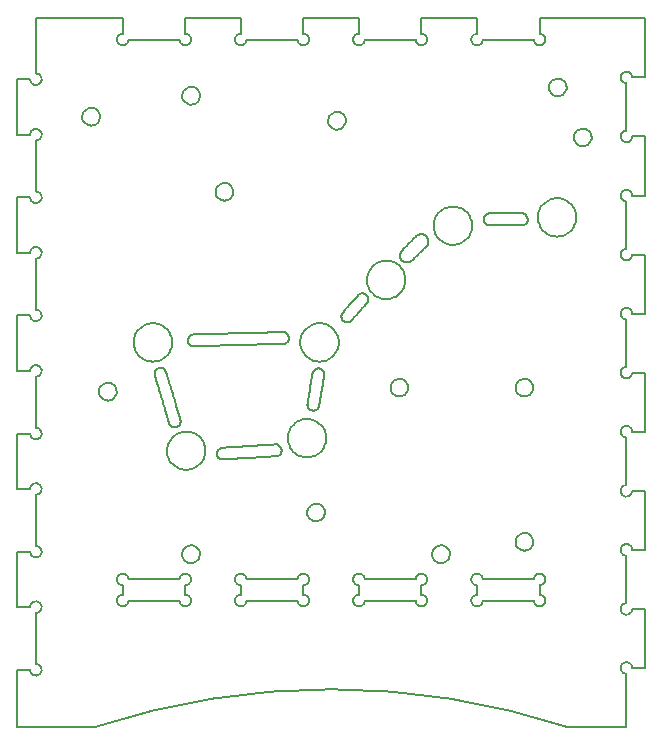
<source format=gbr>
G04 #@! TF.GenerationSoftware,KiCad,Pcbnew,(5.1.2)-1*
G04 #@! TF.CreationDate,2019-05-11T17:30:09-07:00*
G04 #@! TF.ProjectId,ExportTemplate,4578706f-7274-4546-956d-706c6174652e,rev?*
G04 #@! TF.SameCoordinates,Original*
G04 #@! TF.FileFunction,Profile,NP*
%FSLAX46Y46*%
G04 Gerber Fmt 4.6, Leading zero omitted, Abs format (unit mm)*
G04 Created by KiCad (PCBNEW (5.1.2)-1) date 2019-05-11 17:30:09*
%MOMM*%
%LPD*%
G04 APERTURE LIST*
%ADD10C,0.200000*%
G04 APERTURE END LIST*
D10*
X77031015Y-123219437D02*
X77031015Y-127519437D01*
X127531014Y-117869437D02*
X128631014Y-117869437D01*
X127031014Y-128369437D02*
G75*
G02X127531014Y-127869437I0J500000D01*
G01*
X76531015Y-112719437D02*
G75*
G02X77031015Y-113219437I500000J0D01*
G01*
X119681014Y-74169437D02*
G75*
G02X119181014Y-74669437I0J-500000D01*
G01*
X119681014Y-72869438D02*
X119681014Y-74169437D01*
X128631014Y-72869438D02*
X128631014Y-77869437D01*
X127531014Y-102869438D02*
G75*
G02X127031014Y-102369438I-500000J0D01*
G01*
X82031013Y-132869437D02*
G75*
G02X122031014Y-132869437I20000002J-60900001D01*
G01*
X77031015Y-107519437D02*
G75*
G02X76531015Y-108019437I0J-500000D01*
G01*
X127031014Y-88369438D02*
G75*
G02X127531014Y-87869438I0J500000D01*
G01*
X127531014Y-102869438D02*
X128631014Y-102869438D01*
X119681014Y-72869438D02*
X128631014Y-72869438D01*
X77031015Y-127519437D02*
G75*
G02X76531015Y-128019437I0J-500000D01*
G01*
X77031015Y-97519437D02*
G75*
G02X76531015Y-98019437I0J-500000D01*
G01*
X127531014Y-77869437D02*
X128631014Y-77869437D01*
X128631014Y-112869437D02*
X128631014Y-117869437D01*
X127531014Y-122869437D02*
X128631014Y-122869437D01*
X75431014Y-128019437D02*
X76531015Y-128019437D01*
X128631014Y-92869438D02*
X128631014Y-97869437D01*
X77031015Y-103219437D02*
X77031015Y-107519437D01*
X127531014Y-82869437D02*
G75*
G02X127031014Y-82369437I-500000J0D01*
G01*
X77031015Y-113219437D02*
X77031015Y-117519437D01*
X127031014Y-128369437D02*
X127031014Y-132869437D01*
X127031014Y-88369438D02*
X127031014Y-92369438D01*
X127531014Y-92869438D02*
X128631014Y-92869438D01*
X127031014Y-98369438D02*
X127031014Y-102369438D01*
X127531014Y-107869437D02*
X128631014Y-107869437D01*
X127031014Y-108369437D02*
X127031014Y-112369437D01*
X127531014Y-127869437D02*
X128631014Y-127869437D01*
X122031014Y-132869437D02*
X127031014Y-132869437D01*
X75431014Y-122719437D02*
X76531015Y-122719437D01*
X76531015Y-102719437D02*
G75*
G02X77031015Y-103219437I500000J0D01*
G01*
X75431014Y-98019437D02*
X75431014Y-102719437D01*
X75431015Y-132869437D02*
X82031015Y-132869437D01*
X76531015Y-122719437D02*
G75*
G02X77031015Y-123219437I500000J0D01*
G01*
X75431014Y-112719437D02*
X76531015Y-112719437D01*
X75431014Y-108019437D02*
X75431014Y-112719437D01*
X75431014Y-108019437D02*
X76531015Y-108019437D01*
X75431014Y-102719437D02*
X76531015Y-102719437D01*
X127031014Y-118369437D02*
G75*
G02X127531014Y-117869437I0J500000D01*
G01*
X127531014Y-97869437D02*
X128631014Y-97869437D01*
X127531014Y-112869437D02*
G75*
G02X127031014Y-112369437I-500000J0D01*
G01*
X77031015Y-93219437D02*
X77031015Y-97519437D01*
X75431015Y-118019437D02*
X76531015Y-118019437D01*
X77031015Y-117519437D02*
G75*
G02X76531015Y-118019437I0J-500000D01*
G01*
X127031014Y-78369437D02*
G75*
G02X127531014Y-77869437I0J500000D01*
G01*
X127031014Y-78369438D02*
X127031014Y-82369437D01*
X127531014Y-82869437D02*
X128631014Y-82869437D01*
X128631014Y-82869437D02*
X128631014Y-87869438D01*
X127531014Y-87869438D02*
X128631014Y-87869438D01*
X127531014Y-92869438D02*
G75*
G02X127031014Y-92369438I-500000J0D01*
G01*
X127031014Y-98369437D02*
G75*
G02X127531014Y-97869437I0J500000D01*
G01*
X127031014Y-118369437D02*
X127031014Y-122369437D01*
X128631014Y-102869438D02*
X128631014Y-107869437D01*
X127031014Y-108369437D02*
G75*
G02X127531014Y-107869437I0J500000D01*
G01*
X75431014Y-128019437D02*
X75431015Y-132869437D01*
X127531014Y-122869437D02*
G75*
G02X127031014Y-122369437I-500000J0D01*
G01*
X128631014Y-122869437D02*
X128631014Y-127869437D01*
X76531015Y-92719437D02*
G75*
G02X77031015Y-93219437I500000J0D01*
G01*
X75431014Y-98019437D02*
X76531015Y-98019437D01*
X127531014Y-112869437D02*
X128631014Y-112869437D01*
X75431015Y-118019437D02*
X75431014Y-122719437D01*
X98406876Y-99705383D02*
X98404125Y-99699970D01*
X98456426Y-99982058D02*
X98457098Y-99975250D01*
X98425381Y-99747141D02*
X98422862Y-99740767D01*
X77031015Y-87519437D02*
G75*
G02X76531015Y-88019437I0J-500000D01*
G01*
X98413474Y-99719085D02*
X98412186Y-99716326D01*
X75431014Y-78019438D02*
X75431014Y-82719438D01*
X77031015Y-72869438D02*
X84381014Y-72869438D01*
X98445541Y-99812446D02*
X98442233Y-99799187D01*
X98141957Y-99462713D02*
X98047347Y-99435826D01*
X98186186Y-99482718D02*
X98141957Y-99462713D01*
X98267174Y-99534542D02*
X98228007Y-99506745D01*
X98386318Y-99668321D02*
X98379898Y-99658100D01*
X98415454Y-99723417D02*
X98415100Y-99722635D01*
X98458837Y-99947963D02*
X98459144Y-99934303D01*
X98420250Y-99734427D02*
X98418909Y-99731270D01*
X98412186Y-99716326D02*
X98409563Y-99710836D01*
X98454791Y-99995650D02*
X98455657Y-99988858D01*
X98458156Y-99961615D02*
X98458837Y-99947963D01*
X98457098Y-99975250D02*
X98458156Y-99961615D01*
X84881015Y-74669437D02*
X89181014Y-74669437D01*
X98336590Y-99600485D02*
X98303447Y-99565866D01*
X98392498Y-99678708D02*
X98386318Y-99668321D01*
X98414923Y-99722244D02*
X98414745Y-99721854D01*
X98398436Y-99689259D02*
X98392498Y-99678708D01*
X98421567Y-99737593D02*
X98420250Y-99734427D01*
X98459080Y-99920644D02*
X98458651Y-99906995D01*
X84881015Y-74669436D02*
G75*
G02X84381014Y-74169437I-500000J-1D01*
G01*
X98455657Y-99988858D02*
X98456426Y-99982058D01*
X98427807Y-99753547D02*
X98425381Y-99747141D01*
X75431014Y-78019438D02*
X76531015Y-78019438D01*
X75431014Y-92719437D02*
X76531015Y-92719437D01*
X75431014Y-88019437D02*
X76531015Y-88019437D01*
X76531015Y-82719438D02*
G75*
G02X77031015Y-83219438I500000J0D01*
G01*
X98415100Y-99722635D02*
X98414923Y-99722244D01*
X98418909Y-99731270D02*
X98417544Y-99728122D01*
X98434536Y-99772947D02*
X98430142Y-99759984D01*
X75431014Y-82719438D02*
X76531015Y-82719438D01*
X98416156Y-99724983D02*
X98415454Y-99723417D01*
X98417544Y-99728122D02*
X98416853Y-99726551D01*
X77031015Y-72869438D02*
X77031015Y-77519437D01*
X98458651Y-99906995D02*
X98456702Y-99879759D01*
X98303447Y-99565866D02*
X98267174Y-99534542D01*
X84381014Y-72869438D02*
X84381014Y-74169437D01*
X98379898Y-99658100D02*
X98366358Y-99638175D01*
X98416853Y-99726551D02*
X98416156Y-99724983D01*
X98422862Y-99740767D02*
X98421567Y-99737593D01*
X98442233Y-99799187D02*
X98438565Y-99786017D01*
X98047347Y-99435826D02*
X97946586Y-99428186D01*
X98351911Y-99618960D02*
X98336590Y-99600485D01*
X98409563Y-99710836D02*
X98406876Y-99705383D01*
X98414111Y-99720468D02*
X98413474Y-99719085D01*
X98448489Y-99825785D02*
X98445541Y-99812446D01*
X98453312Y-99852666D02*
X98448489Y-99825785D01*
X98228007Y-99506745D02*
X98186186Y-99482718D01*
X98366358Y-99638175D02*
X98351911Y-99618960D01*
X98414745Y-99721854D02*
X98414111Y-99720468D01*
X98459144Y-99934303D02*
X98459080Y-99920644D01*
X98430142Y-99759984D02*
X98427807Y-99753547D01*
X98438565Y-99786017D02*
X98434536Y-99772947D01*
X98456702Y-99879759D02*
X98453312Y-99852666D01*
X75431014Y-88019437D02*
X75431014Y-92719437D01*
X77031015Y-83219438D02*
X77031015Y-87519437D01*
X77031015Y-77519438D02*
G75*
G02X76531015Y-78019438I0J-500000D01*
G01*
X98404125Y-99699970D02*
X98398436Y-99689259D01*
X97841055Y-100431223D02*
X97887357Y-100430035D01*
X97476352Y-100440580D02*
X97647489Y-100436189D01*
X94193392Y-100524808D02*
X94547658Y-100515719D01*
X94547658Y-100515719D02*
X94898234Y-100506725D01*
X97997817Y-100426547D02*
X98010491Y-100425410D01*
X97959973Y-100428172D02*
X97966755Y-100427998D01*
X98449254Y-100028176D02*
X98449870Y-100025132D01*
X98454322Y-99999042D02*
X98454791Y-99995650D01*
X98451045Y-100019023D02*
X98451327Y-100017492D01*
X98440437Y-100064195D02*
X98443666Y-100052299D01*
X98249256Y-100334971D02*
X98286946Y-100305203D01*
X98072470Y-100415061D02*
X98120069Y-100401435D01*
X97647489Y-100436189D02*
X97785413Y-100432651D01*
X97045513Y-100451634D02*
X97274771Y-100445752D01*
X98120069Y-100401435D02*
X98165577Y-100383358D01*
X98453828Y-100002432D02*
X98454322Y-99999042D01*
X98452052Y-100013427D02*
X98452198Y-100012583D01*
X98452485Y-100010893D02*
X98452766Y-100009202D01*
X98404713Y-100154800D02*
X98415234Y-100132970D01*
X94898234Y-100506725D02*
X95245119Y-100497825D01*
X95245119Y-100497825D02*
X95580935Y-100489209D01*
X92167431Y-100576787D02*
X92477414Y-100568834D01*
X92477414Y-100568834D02*
X92805848Y-100560408D01*
X98023080Y-100423957D02*
X98047979Y-100420117D01*
X96219352Y-100472830D02*
X96518265Y-100465161D01*
X96518265Y-100465161D02*
X96791345Y-100458155D01*
X98449870Y-100025132D02*
X98450467Y-100022080D01*
X98424718Y-100110570D02*
X98433130Y-100087634D01*
X98010491Y-100425410D02*
X98023080Y-100423957D01*
X98415234Y-100132970D02*
X98424718Y-100110570D01*
X97973311Y-100427830D02*
X97978656Y-100427652D01*
X97966755Y-100427998D02*
X97970856Y-100427893D01*
X90910431Y-100609037D02*
X91112012Y-100603865D01*
X98452198Y-100012583D02*
X98452485Y-100010893D01*
X98451904Y-100014272D02*
X98452052Y-100013427D01*
X98451327Y-100017492D02*
X98451605Y-100015960D01*
X98436924Y-100075975D02*
X98440437Y-100064195D01*
X98165577Y-100383358D02*
X98208722Y-100361111D01*
X98450467Y-100022080D02*
X98451045Y-100019023D01*
X98286946Y-100305203D02*
X98321565Y-100272060D01*
X98433130Y-100087634D02*
X98436924Y-100075975D01*
X93488549Y-100542892D02*
X93839125Y-100533897D01*
X93839125Y-100533897D02*
X94193392Y-100524808D01*
X91595438Y-100591462D02*
X91868518Y-100584456D01*
X91868518Y-100584456D02*
X92167431Y-100576787D01*
X98447967Y-100034247D02*
X98449254Y-100028176D01*
X98452766Y-100009202D02*
X98453309Y-100005818D01*
X98451680Y-100015538D02*
X98451755Y-100015116D01*
X97970856Y-100427893D02*
X97973311Y-100427830D01*
X97978656Y-100427652D02*
X97985062Y-100427364D01*
X98446607Y-100040291D02*
X98447967Y-100034247D01*
X98453309Y-100005818D02*
X98453828Y-100002432D01*
X91112012Y-100603865D02*
X91337119Y-100598090D01*
X91337119Y-100598090D02*
X91595438Y-100591462D01*
X98352889Y-100235787D02*
X98380686Y-100196620D01*
X97785413Y-100432651D02*
X97841055Y-100431223D01*
X98321565Y-100272060D02*
X98352889Y-100235787D01*
X98047979Y-100420117D02*
X98072470Y-100415061D01*
X97950553Y-100428414D02*
X97959973Y-100428172D01*
X97887357Y-100430035D02*
X97923971Y-100429096D01*
X97923971Y-100429096D02*
X97950553Y-100428414D01*
X96791345Y-100458155D02*
X97045513Y-100451634D01*
X97274771Y-100445752D02*
X97476352Y-100440580D01*
X98451755Y-100015116D02*
X98451904Y-100014272D01*
X98451605Y-100015960D02*
X98451680Y-100015538D01*
X98380686Y-100196620D02*
X98404713Y-100154800D01*
X98208722Y-100361111D02*
X98249256Y-100334971D01*
X95580935Y-100489209D02*
X95909369Y-100480783D01*
X95909369Y-100480783D02*
X96219352Y-100472830D01*
X97985062Y-100427364D02*
X97997817Y-100426547D01*
X92805848Y-100560408D02*
X93141663Y-100551792D01*
X93141663Y-100551792D02*
X93488549Y-100542892D01*
X98443666Y-100052299D02*
X98446607Y-100040291D01*
X89947661Y-100330860D02*
X89948949Y-100333619D01*
X89904434Y-100170185D02*
X89907823Y-100197279D01*
X89904710Y-100067887D02*
X89904038Y-100074695D01*
X89905479Y-100061087D02*
X89904710Y-100067887D01*
X89904038Y-100074695D02*
X89902979Y-100088330D01*
X89962699Y-100360686D02*
X89968637Y-100371237D01*
X89957010Y-100349975D02*
X89962699Y-100360686D01*
X89902979Y-100088330D02*
X89902299Y-100101982D01*
X89943591Y-100321823D02*
X89944282Y-100323394D01*
X89938273Y-100309178D02*
X89939568Y-100312352D01*
X89939568Y-100312352D02*
X89940885Y-100315518D01*
X90174949Y-100567228D02*
X90219178Y-100587233D01*
X90436230Y-100621203D02*
X90462812Y-100620521D01*
X90426810Y-100621445D02*
X90436230Y-100621203D01*
X90219178Y-100587233D02*
X90313789Y-100614120D01*
X89902055Y-100129301D02*
X89902485Y-100142950D01*
X90133128Y-100543201D02*
X90174949Y-100567228D01*
X89945681Y-100326528D02*
X89946035Y-100327310D01*
X89926600Y-100276998D02*
X89930994Y-100289961D01*
X89915595Y-100237499D02*
X89918902Y-100250758D01*
X89912646Y-100224160D02*
X89915595Y-100237499D01*
X89907308Y-100047513D02*
X89906814Y-100050903D01*
X89907823Y-100197279D02*
X89912646Y-100224160D01*
X89902485Y-100142950D02*
X89904434Y-100170185D01*
X89908370Y-100040743D02*
X89907826Y-100044127D01*
X89922570Y-100263927D02*
X89926600Y-100276998D01*
X89906814Y-100050903D02*
X89906344Y-100054295D01*
X90024545Y-100449460D02*
X90057688Y-100484080D01*
X89907826Y-100044127D02*
X89907308Y-100047513D01*
X90739294Y-100613428D02*
X90910431Y-100609037D01*
X90601370Y-100616966D02*
X90739294Y-100613428D01*
X90462812Y-100620521D02*
X90499426Y-100619582D01*
X89968637Y-100371237D02*
X89974817Y-100381624D01*
X89946212Y-100327701D02*
X89946390Y-100328091D01*
X89942226Y-100318675D02*
X89943591Y-100321823D01*
X89933328Y-100296398D02*
X89935754Y-100302804D01*
X89948949Y-100333619D02*
X89951572Y-100339109D01*
X89906344Y-100054295D02*
X89905479Y-100061087D01*
X90545728Y-100618394D02*
X90601370Y-100616966D01*
X90414550Y-100621759D02*
X90416326Y-100621714D01*
X89944282Y-100323394D02*
X89944979Y-100324962D01*
X89951572Y-100339109D02*
X89954259Y-100344562D01*
X89935754Y-100302804D02*
X89938273Y-100309178D01*
X89947024Y-100329477D02*
X89947661Y-100330860D01*
X89944979Y-100324962D02*
X89945681Y-100326528D01*
X89918902Y-100250758D02*
X89922570Y-100263927D01*
X89981237Y-100391845D02*
X89994777Y-100411771D01*
X90499426Y-100619582D02*
X90545728Y-100618394D01*
X90420028Y-100621619D02*
X90426810Y-100621445D01*
X90313789Y-100614120D02*
X90414550Y-100621759D01*
X90416326Y-100621714D02*
X90420028Y-100621619D01*
X90093961Y-100515404D02*
X90133128Y-100543201D01*
X89954259Y-100344562D02*
X89957010Y-100349975D01*
X89901992Y-100115642D02*
X89902055Y-100129301D01*
X89902299Y-100101982D02*
X89901992Y-100115642D01*
X90057688Y-100484080D02*
X90093961Y-100515404D01*
X90009223Y-100430985D02*
X90024545Y-100449460D01*
X89946035Y-100327310D02*
X89946212Y-100327701D01*
X89994777Y-100411771D02*
X90009223Y-100430985D01*
X89930994Y-100289961D02*
X89933328Y-100296398D01*
X89940885Y-100315518D02*
X89942226Y-100318675D01*
X89908651Y-100039052D02*
X89908370Y-100040743D01*
X89946390Y-100328091D02*
X89947024Y-100329477D01*
X89974817Y-100381624D02*
X89981237Y-100391845D01*
X90288666Y-99634885D02*
X90241067Y-99648511D01*
X97621841Y-99436518D02*
X97450705Y-99440909D01*
X91086365Y-99604194D02*
X90884783Y-99609366D01*
X97815408Y-99431552D02*
X97759766Y-99432979D01*
X89956423Y-99895146D02*
X89945902Y-99916975D01*
X90382479Y-99622294D02*
X90376074Y-99622581D01*
X90473779Y-99619911D02*
X90437165Y-99620850D01*
X89909456Y-100034407D02*
X89909380Y-100034829D01*
X89909808Y-100032453D02*
X89909531Y-100033985D01*
X90363319Y-99623398D02*
X90350644Y-99624535D01*
X91569791Y-99591791D02*
X91315623Y-99598312D01*
X90111880Y-99714974D02*
X90074191Y-99744743D01*
X90152414Y-99688834D02*
X90111880Y-99714974D01*
X90410583Y-99621532D02*
X90401163Y-99621774D01*
X92141783Y-99577116D02*
X91842871Y-99584784D01*
X91842871Y-99584784D02*
X91569791Y-99591791D01*
X94167744Y-99525137D02*
X93813478Y-99534226D01*
X93813478Y-99534226D02*
X93462902Y-99543221D01*
X89910091Y-100030922D02*
X89909808Y-100032453D01*
X89910669Y-100027864D02*
X89910091Y-100030922D01*
X90390279Y-99622053D02*
X90387825Y-99622116D01*
X89911266Y-100024813D02*
X89910669Y-100027864D01*
X89911882Y-100021769D02*
X89911266Y-100024813D01*
X90350644Y-99624535D02*
X90338056Y-99625989D01*
X89913168Y-100015698D02*
X89911882Y-100021769D01*
X91315623Y-99598312D02*
X91086365Y-99604194D01*
X97249124Y-99446081D02*
X97024017Y-99451856D01*
X97024017Y-99451856D02*
X96765698Y-99458483D01*
X89914529Y-100009654D02*
X89913168Y-100015698D01*
X89936418Y-99939375D02*
X89928006Y-99962311D01*
X92780201Y-99560736D02*
X92451766Y-99569163D01*
X92451766Y-99569163D02*
X92141783Y-99577116D01*
X97759766Y-99432979D02*
X97621841Y-99436518D01*
X89917469Y-99997646D02*
X89914529Y-100009654D01*
X89920698Y-99985750D02*
X89917469Y-99997646D01*
X93462902Y-99543221D02*
X93116015Y-99552121D01*
X93116015Y-99552121D02*
X92780201Y-99560736D01*
X89924212Y-99973970D02*
X89920698Y-99985750D01*
X89945902Y-99916975D02*
X89936418Y-99939375D01*
X90338056Y-99625989D02*
X90313157Y-99629828D01*
X95555288Y-99489538D02*
X95219472Y-99498154D01*
X95219472Y-99498154D02*
X94872587Y-99507054D01*
X94872587Y-99507054D02*
X94522010Y-99516048D01*
X94522010Y-99516048D02*
X94167744Y-99525137D01*
X97450705Y-99440909D02*
X97249124Y-99446081D01*
X90039571Y-99777885D02*
X90008247Y-99814159D01*
X97898324Y-99429424D02*
X97861709Y-99430364D01*
X90074191Y-99744743D02*
X90039571Y-99777885D01*
X90394380Y-99621948D02*
X90390279Y-99622053D01*
X96193705Y-99473159D02*
X95883722Y-99481111D01*
X95883722Y-99481111D02*
X95555288Y-99489538D01*
X90713647Y-99613757D02*
X90575723Y-99617295D01*
X90241067Y-99648511D02*
X90195559Y-99666588D01*
X90195559Y-99666588D02*
X90152414Y-99688834D01*
X89980451Y-99853325D02*
X89956423Y-99895146D01*
X89928006Y-99962311D02*
X89924212Y-99973970D01*
X90387825Y-99622116D02*
X90382479Y-99622294D01*
X90401163Y-99621774D02*
X90394380Y-99621948D01*
X90520080Y-99618723D02*
X90473779Y-99619911D01*
X89909531Y-100033985D02*
X89909456Y-100034407D01*
X97861709Y-99430364D02*
X97815408Y-99431552D01*
X89908938Y-100037362D02*
X89908651Y-100039052D01*
X90884783Y-99609366D02*
X90713647Y-99613757D01*
X96765698Y-99458483D02*
X96492617Y-99465489D01*
X96492617Y-99465489D02*
X96193705Y-99473159D01*
X89909084Y-100036518D02*
X89908938Y-100037362D01*
X90313157Y-99629828D02*
X90288666Y-99634885D01*
X90575723Y-99617295D02*
X90520080Y-99618723D01*
X89909231Y-100035673D02*
X89909084Y-100036518D01*
X90437165Y-99620850D02*
X90410583Y-99621532D01*
X90376074Y-99622581D02*
X90363319Y-99623398D01*
X89909380Y-100034829D02*
X89909231Y-100035673D01*
X90008247Y-99814159D02*
X89980451Y-99853325D01*
X100661010Y-102594750D02*
X100623379Y-102624430D01*
X100836099Y-102514831D02*
X100835681Y-102514931D01*
X100838604Y-102514239D02*
X100836933Y-102514632D01*
X101078907Y-102517846D02*
X101065632Y-102514591D01*
X101121391Y-102530983D02*
X101118164Y-102529832D01*
X100800169Y-102524868D02*
X100788685Y-102528698D01*
X100902779Y-102503803D02*
X100889182Y-102505283D01*
X100835264Y-102515032D02*
X100833784Y-102515391D01*
X100875621Y-102507141D02*
X100868859Y-102508213D01*
X100766062Y-102537165D02*
X100743931Y-102546683D01*
X100868859Y-102508213D02*
X100862109Y-102509381D01*
X100817601Y-102519637D02*
X100811764Y-102521311D01*
X100823464Y-102518031D02*
X100817601Y-102519637D01*
X101128624Y-102533660D02*
X101127822Y-102533356D01*
X100841949Y-102513471D02*
X100840276Y-102513852D01*
X101114930Y-102528704D02*
X101111688Y-102527601D01*
X100833784Y-102515391D02*
X100832305Y-102515755D01*
X100836933Y-102514632D02*
X100836099Y-102514831D01*
X100835681Y-102514931D02*
X100835264Y-102515032D01*
X100848653Y-102512010D02*
X100845299Y-102512728D01*
X101038854Y-102509174D02*
X101025371Y-102507009D01*
X101130226Y-102534271D02*
X101129425Y-102533964D01*
X101126217Y-102532754D02*
X101124610Y-102532158D01*
X100840276Y-102513852D02*
X100838604Y-102514239D01*
X101065632Y-102514591D02*
X101052277Y-102511701D01*
X100845299Y-102512728D02*
X100841949Y-102513471D01*
X100998259Y-102503761D02*
X100971015Y-102501955D01*
X101052277Y-102511701D02*
X101038854Y-102509174D01*
X101105183Y-102525463D02*
X101098652Y-102523420D01*
X100623379Y-102624430D02*
X100588663Y-102657618D01*
X100722327Y-102557226D02*
X100701283Y-102568769D01*
X101111688Y-102527601D02*
X101105183Y-102525463D01*
X100777314Y-102532798D02*
X100766062Y-102537165D01*
X101127822Y-102533356D02*
X101126217Y-102532754D01*
X100811764Y-102521311D02*
X100800169Y-102524868D01*
X100852011Y-102511316D02*
X100848653Y-102512010D01*
X101118164Y-102529832D02*
X101114930Y-102528704D01*
X100855373Y-102510647D02*
X100852011Y-102511316D01*
X101130626Y-102534425D02*
X101130226Y-102534271D01*
X100930051Y-102501963D02*
X100916405Y-102502698D01*
X101129425Y-102533964D02*
X101128624Y-102533660D01*
X100916405Y-102502698D02*
X100902779Y-102503803D01*
X100889182Y-102505283D02*
X100875621Y-102507141D01*
X97941108Y-99428327D02*
X97934326Y-99428501D01*
X101098652Y-102523420D02*
X101092094Y-102521469D01*
X101025371Y-102507009D02*
X100998259Y-102503761D01*
X100557146Y-102694127D02*
X100529121Y-102733764D01*
X100862109Y-102509381D02*
X100855373Y-102510647D01*
X100943707Y-102501596D02*
X100930051Y-102501963D01*
X100971015Y-102501955D02*
X100943707Y-102501596D01*
X97924905Y-99428742D02*
X97898324Y-99429424D01*
X97934326Y-99428501D02*
X97924905Y-99428742D01*
X100832305Y-102515755D02*
X100829352Y-102516496D01*
X97944810Y-99428232D02*
X97941108Y-99428327D01*
X100829352Y-102516496D02*
X100823464Y-102518031D01*
X101124610Y-102532158D02*
X101121391Y-102530983D01*
X97946586Y-99428186D02*
X97944810Y-99428232D01*
X100484791Y-102821564D02*
X100458193Y-102919052D01*
X100788685Y-102528698D02*
X100777314Y-102532798D01*
X100701283Y-102568769D02*
X100661010Y-102594750D01*
X100743931Y-102546683D02*
X100722327Y-102557226D01*
X100529121Y-102733764D02*
X100484791Y-102821564D01*
X101092094Y-102521469D02*
X101078907Y-102517846D01*
X100588663Y-102657618D02*
X100557146Y-102694127D01*
X104300914Y-96316004D02*
X104294714Y-96323014D01*
X102989494Y-98364922D02*
X102992990Y-98370037D01*
X102982711Y-98354586D02*
X102989494Y-98364922D01*
X104277450Y-96342530D02*
X104254092Y-96368935D01*
X102934253Y-98256221D02*
X102943056Y-98278799D01*
X103434163Y-97295841D02*
X103326047Y-97418063D01*
X104012238Y-96642344D02*
X103904122Y-96764566D01*
X102983237Y-97814346D02*
X102970245Y-97835714D01*
X103051412Y-97728529D02*
X103043571Y-97737393D01*
X102969981Y-98333516D02*
X102976206Y-98344115D01*
X102952984Y-98301005D02*
X102964035Y-98322793D01*
X102958424Y-97857560D02*
X102947774Y-97879832D01*
X103788507Y-96895265D02*
X103669143Y-97030203D01*
X103004913Y-97783307D02*
X102997397Y-97793509D01*
X102964035Y-98322793D02*
X102969981Y-98333516D01*
X102929986Y-97925454D02*
X102916859Y-97972189D01*
X103028478Y-97754456D02*
X103024970Y-97758483D01*
X103016731Y-97768291D02*
X103012720Y-97773257D01*
X102943056Y-98278799D02*
X102952984Y-98301005D01*
X102920026Y-98210136D02*
X102934253Y-98256221D01*
X103549778Y-97165142D02*
X103434163Y-97295841D01*
X103032869Y-97749492D02*
X103031274Y-97751295D01*
X102904458Y-98067535D02*
X102905116Y-98115457D01*
X104307892Y-96308116D02*
X104305416Y-96310915D01*
X103326047Y-97418063D02*
X103229180Y-97527568D01*
X102910310Y-98163101D02*
X102920026Y-98210136D01*
X102905116Y-98115457D02*
X102910310Y-98163101D01*
X103024970Y-97758483D02*
X103020815Y-97763366D01*
X103029431Y-97753379D02*
X103028478Y-97754456D01*
X104305416Y-96310915D02*
X104300914Y-96316004D01*
X104309088Y-96306764D02*
X104307892Y-96308116D01*
X103012720Y-97773257D02*
X103004913Y-97783307D01*
X102908362Y-98019666D02*
X102904458Y-98067535D01*
X103031274Y-97751295D02*
X103030125Y-97752594D01*
X102916859Y-97972189D02*
X102908362Y-98019666D01*
X102947774Y-97879832D02*
X102929986Y-97925454D01*
X102970245Y-97835714D02*
X102958424Y-97857560D01*
X103229180Y-97527568D02*
X103147312Y-97620117D01*
X104225110Y-96401698D02*
X104190973Y-96440290D01*
X102997397Y-97793509D02*
X102983237Y-97814346D01*
X103020815Y-97763366D02*
X103016731Y-97768291D01*
X103030125Y-97752594D02*
X103029431Y-97753379D01*
X103043571Y-97737393D02*
X103037371Y-97744403D01*
X103147312Y-97620117D02*
X103113175Y-97658709D01*
X103669143Y-97030203D02*
X103549778Y-97165142D01*
X104109105Y-96532839D02*
X104012238Y-96642344D01*
X103084193Y-97691472D02*
X103060835Y-97717877D01*
X104294714Y-96323014D02*
X104277450Y-96342530D01*
X104254092Y-96368935D02*
X104225110Y-96401698D01*
X102996555Y-98375116D02*
X102998363Y-98377642D01*
X103113175Y-97658709D02*
X103084193Y-97691472D01*
X102992990Y-98370037D02*
X102996555Y-98375116D01*
X104190973Y-96440290D02*
X104109105Y-96532839D01*
X103037371Y-97744403D02*
X103032869Y-97749492D01*
X103904122Y-96764566D02*
X103788507Y-96895265D01*
X102976206Y-98344115D02*
X102982711Y-98354586D01*
X103060835Y-97717877D02*
X103051412Y-97728529D01*
X109911451Y-91182169D02*
X109907622Y-91180442D01*
X109919060Y-91185702D02*
X109911451Y-91182169D01*
X109899914Y-91177064D02*
X109896036Y-91175415D01*
X110166691Y-91400204D02*
X110166546Y-91399984D01*
X109977576Y-91217505D02*
X109963342Y-91208983D01*
X110005249Y-91235636D02*
X109991546Y-91226392D01*
X110165673Y-91398666D02*
X110165090Y-91397788D01*
X109804251Y-91145218D02*
X109775697Y-91139006D01*
X110154953Y-91383074D02*
X110152509Y-91379666D01*
X110166546Y-91399984D02*
X110166255Y-91399544D01*
X110165090Y-91397788D02*
X110164505Y-91396912D01*
X109832560Y-91152818D02*
X109818439Y-91148844D01*
X109881353Y-91169470D02*
X109877904Y-91168138D01*
X110137388Y-91359657D02*
X110126886Y-91346730D01*
X110157375Y-91386502D02*
X110154953Y-91383074D01*
X109884795Y-91170823D02*
X109881353Y-91169470D01*
X109963342Y-91208983D02*
X109948844Y-91200836D01*
X110164505Y-91396912D02*
X110163331Y-91395164D01*
X110126886Y-91346730D02*
X110116060Y-91334133D01*
X109860572Y-91161810D02*
X109846607Y-91157140D01*
X109660052Y-91127981D02*
X109602040Y-91130735D01*
X109874450Y-91166829D02*
X109867522Y-91164276D01*
X110081720Y-91298310D02*
X110057349Y-91276074D01*
X109926604Y-91189337D02*
X109919060Y-91185702D01*
X109886514Y-91171507D02*
X109884795Y-91170823D01*
X109890189Y-91172992D02*
X109889210Y-91172594D01*
X109934083Y-91193072D02*
X109926604Y-91189337D01*
X110166255Y-91399544D02*
X110165673Y-91398666D01*
X110031848Y-91255173D02*
X110005249Y-91235636D01*
X109888231Y-91172197D02*
X109887373Y-91171852D01*
X110162151Y-91393421D02*
X110159775Y-91389951D01*
X109818439Y-91148844D02*
X109804251Y-91145218D01*
X109846607Y-91157140D02*
X109832560Y-91152818D01*
X109867522Y-91164276D02*
X109860572Y-91161810D01*
X109891166Y-91173391D02*
X109890189Y-91172992D01*
X110116060Y-91334133D02*
X110104918Y-91321864D01*
X109325976Y-91227716D02*
X109230839Y-91305285D01*
X109877904Y-91168138D02*
X109874450Y-91166829D01*
X110163331Y-91395164D02*
X110162151Y-91393421D01*
X109431873Y-91172197D02*
X109325976Y-91227716D01*
X110147555Y-91372913D02*
X110142514Y-91366244D01*
X109487544Y-91152818D02*
X109431873Y-91172197D01*
X109888476Y-91172296D02*
X109888231Y-91172197D01*
X109718064Y-91130735D02*
X109660052Y-91127981D01*
X109887373Y-91171852D02*
X109886514Y-91171507D01*
X109892142Y-91173793D02*
X109891166Y-91173391D01*
X109991546Y-91226392D02*
X109977576Y-91217505D01*
X109948844Y-91200836D02*
X109934083Y-91193072D01*
X110104918Y-91321864D02*
X110093468Y-91309922D01*
X110152509Y-91379666D02*
X110147555Y-91372913D01*
X110057349Y-91276074D02*
X110031848Y-91255173D01*
X109888721Y-91172395D02*
X109888476Y-91172296D01*
X109746952Y-91134180D02*
X109718064Y-91130735D01*
X109907622Y-91180442D02*
X109903776Y-91178740D01*
X109544407Y-91139006D02*
X109487544Y-91152818D01*
X109602040Y-91130735D02*
X109544407Y-91139006D01*
X110093468Y-91309922D02*
X110081720Y-91298310D01*
X110142514Y-91366244D02*
X110137388Y-91359657D01*
X109775697Y-91139006D02*
X109746952Y-91134180D01*
X109889210Y-91172594D02*
X109888721Y-91172395D01*
X109894091Y-91174601D02*
X109892142Y-91173793D01*
X109896036Y-91175415D02*
X109894091Y-91174601D01*
X109903776Y-91178740D02*
X109899914Y-91177064D01*
X110159775Y-91389951D02*
X110157375Y-91386502D01*
X110110677Y-92141181D02*
X110120884Y-92129580D01*
X110090153Y-92162826D02*
X110092238Y-92160722D01*
X109082781Y-93170198D02*
X109173062Y-93079917D01*
X110094742Y-92158167D02*
X110100137Y-92152562D01*
X109711834Y-92541145D02*
X109812599Y-92440380D01*
X110190271Y-91439108D02*
X110182807Y-91426060D01*
X110120884Y-92129580D02*
X110130756Y-92117767D01*
X108974663Y-93278317D02*
X109006480Y-93246500D01*
X108909792Y-93343188D02*
X108925882Y-93327097D01*
X109942997Y-92309983D02*
X109979182Y-92273798D01*
X110222354Y-91506321D02*
X110210569Y-91479074D01*
X110170959Y-91406773D02*
X110168908Y-91403594D01*
X110089222Y-92163757D02*
X110089472Y-92163508D01*
X110172988Y-91409963D02*
X110170959Y-91406773D01*
X110182807Y-91426060D02*
X110178944Y-91419592D01*
X110266571Y-91734500D02*
X110263817Y-91676489D01*
X110263817Y-91792512D02*
X110266571Y-91734500D01*
X110085844Y-92167135D02*
X110087331Y-92165648D01*
X110081649Y-92171331D02*
X110085844Y-92167135D01*
X110059779Y-92193200D02*
X110068562Y-92184418D01*
X110010999Y-92241981D02*
X110038010Y-92214969D01*
X109812599Y-92440380D02*
X109902880Y-92350099D01*
X109006480Y-93246500D02*
X109082781Y-93170198D01*
X110092238Y-92160722D02*
X110094742Y-92158167D01*
X110100137Y-92152562D02*
X110105448Y-92146899D01*
X110241734Y-91907008D02*
X110255545Y-91850145D01*
X109604080Y-92648900D02*
X109711834Y-92541145D01*
X110105448Y-92146899D02*
X110110677Y-92141181D01*
X110204153Y-91465623D02*
X110197386Y-91452299D01*
X110168908Y-91403594D02*
X110167875Y-91402008D01*
X110263817Y-91676489D02*
X110255545Y-91618855D01*
X110140289Y-92105751D02*
X110149481Y-92093542D01*
X109979182Y-92273798D02*
X110010999Y-92241981D01*
X110149481Y-92093542D02*
X110166836Y-92068576D01*
X109492831Y-92760149D02*
X109604080Y-92648900D01*
X108925882Y-93327097D02*
X108947651Y-93305328D01*
X110087331Y-92165648D02*
X110088402Y-92164578D01*
X110075870Y-92177110D02*
X110081649Y-92171331D01*
X109902880Y-92350099D02*
X109942997Y-92309983D01*
X110166836Y-92068576D02*
X110182807Y-92042940D01*
X110038010Y-92214969D02*
X110059779Y-92193200D01*
X110130756Y-92117767D02*
X110140289Y-92105751D01*
X110197386Y-91452299D02*
X110190271Y-91439108D01*
X109273827Y-92979152D02*
X109381582Y-92871398D01*
X110255545Y-91850145D02*
X110263817Y-91792512D01*
X109173062Y-93079917D02*
X109273827Y-92979152D01*
X110210569Y-91479074D02*
X110204153Y-91465623D01*
X110174995Y-91413163D02*
X110172988Y-91409963D01*
X110232742Y-91533980D02*
X110222354Y-91506321D01*
X109381582Y-92871398D02*
X109492831Y-92760149D01*
X110241734Y-91561992D02*
X110232742Y-91533980D01*
X110255545Y-91618855D02*
X110241734Y-91561992D01*
X110088402Y-92164578D02*
X110089049Y-92163931D01*
X108947651Y-93305328D02*
X108974663Y-93278317D01*
X110089049Y-92163931D02*
X110089222Y-92163757D01*
X110089472Y-92163508D02*
X110090153Y-92162826D01*
X110166836Y-91400424D02*
X110166691Y-91400204D01*
X110167356Y-91401216D02*
X110166836Y-91400424D01*
X110167875Y-91402008D02*
X110167356Y-91401216D01*
X110182807Y-92042940D02*
X110197386Y-92016702D01*
X110178944Y-91419592D02*
X110174995Y-91413163D01*
X110222354Y-91962679D02*
X110241734Y-91907008D01*
X110068562Y-92184418D02*
X110075870Y-92177110D01*
X110197386Y-92016702D02*
X110222354Y-91962679D01*
X101426214Y-103193781D02*
X101434027Y-103146869D01*
X101230560Y-104368624D02*
X101270486Y-104128886D01*
X101357840Y-102710798D02*
X101328160Y-102673167D01*
X101451041Y-102982480D02*
X101449472Y-102957691D01*
X101131026Y-102534579D02*
X101130626Y-102534425D01*
X101142575Y-102539202D02*
X101139702Y-102538020D01*
X101148292Y-102541616D02*
X101142575Y-102539202D01*
X101451364Y-103007486D02*
X101451041Y-102982480D01*
X101133928Y-102535709D02*
X101132478Y-102535142D01*
X101449472Y-102957691D02*
X101446683Y-102933161D01*
X101377719Y-103484982D02*
X101392116Y-103398532D01*
X101448171Y-103057957D02*
X101449457Y-103045297D01*
X101444299Y-103085189D02*
X101444531Y-103083794D01*
X101153969Y-102544097D02*
X101148292Y-102541616D01*
X101197899Y-102566302D02*
X101187171Y-102560368D01*
X101270486Y-104128886D02*
X101309156Y-103896679D01*
X101383821Y-102751071D02*
X101357840Y-102710798D01*
X101190635Y-104608363D02*
X101230560Y-104368624D01*
X101450416Y-103032661D02*
X101451364Y-103007486D01*
X101443915Y-103087496D02*
X101444299Y-103085189D01*
X101446683Y-102933161D02*
X101437558Y-102885052D01*
X101405102Y-103320554D02*
X101416520Y-103251990D01*
X101218826Y-102578909D02*
X101197899Y-102566302D01*
X101345319Y-103679534D02*
X101377719Y-103484982D01*
X101441875Y-103099741D02*
X101443381Y-103090700D01*
X101328160Y-102673167D02*
X101294971Y-102638451D01*
X101416520Y-103251990D02*
X101426214Y-103193781D01*
X101392116Y-103398532D02*
X101405102Y-103320554D01*
X101405907Y-102793719D02*
X101383821Y-102751071D01*
X101423891Y-102838472D02*
X101405907Y-102793719D01*
X101447405Y-103064295D02*
X101448171Y-103057957D01*
X101444787Y-103082256D02*
X101445624Y-103076980D01*
X101444531Y-103083794D02*
X101444787Y-103082256D01*
X101446556Y-103070636D02*
X101447405Y-103064295D01*
X101439801Y-103112195D02*
X101441875Y-103099741D01*
X101187171Y-102560368D02*
X101176270Y-102554685D01*
X101239022Y-102592466D02*
X101218826Y-102578909D01*
X101294971Y-102638451D02*
X101258462Y-102606934D01*
X101449457Y-103045297D02*
X101450416Y-103032661D01*
X101445624Y-103076980D02*
X101446556Y-103070636D01*
X101443381Y-103090700D02*
X101443915Y-103087496D01*
X101437179Y-103127943D02*
X101439801Y-103112195D01*
X101151965Y-104840570D02*
X101190635Y-104608363D01*
X101434027Y-103146869D02*
X101437179Y-103127943D01*
X101437558Y-102885052D02*
X101423891Y-102838472D01*
X101132478Y-102535142D02*
X101131026Y-102534579D01*
X101136820Y-102536856D02*
X101133928Y-102535709D01*
X101139702Y-102538020D02*
X101136820Y-102536856D01*
X101309156Y-103896679D02*
X101345319Y-103679534D01*
X101165202Y-102549260D02*
X101153969Y-102544097D01*
X101176270Y-102554685D02*
X101165202Y-102549260D01*
X101258462Y-102606934D02*
X101239022Y-102592466D01*
X100363018Y-106045374D02*
X100369522Y-106047511D01*
X101044601Y-105485259D02*
X101056019Y-105416695D01*
X101034907Y-105543468D02*
X101044601Y-105485259D01*
X100773422Y-106004205D02*
X100813696Y-105978224D01*
X101115802Y-105057715D02*
X101151965Y-104840570D01*
X101016512Y-105653923D02*
X101016912Y-105651522D01*
X100369522Y-106047511D02*
X100376054Y-106049554D01*
X100634429Y-106059122D02*
X100636101Y-106058735D01*
X100752378Y-106015748D02*
X100773422Y-106004205D01*
X101083402Y-105252267D02*
X101115802Y-105057715D01*
X101056019Y-105416695D02*
X101083402Y-105252267D01*
X100612597Y-106063593D02*
X100619333Y-106062327D01*
X101019246Y-105637508D02*
X101021320Y-105625054D01*
X100989915Y-105751410D02*
X101016512Y-105653922D01*
X101017219Y-105649676D02*
X101017740Y-105646549D01*
X100917560Y-105878847D02*
X100945584Y-105839210D01*
X100651242Y-106054943D02*
X100657105Y-106053337D01*
X100886042Y-105915356D02*
X100917560Y-105878847D01*
X100636101Y-106058735D02*
X100637772Y-106058342D01*
X100619333Y-106062327D02*
X100622695Y-106061658D01*
X100674536Y-106048106D02*
X100686021Y-106044276D01*
X100353314Y-106041991D02*
X100356541Y-106043142D01*
X100530999Y-106071378D02*
X100544655Y-106071011D01*
X100642401Y-106057219D02*
X100645354Y-106056478D01*
X100503691Y-106071019D02*
X100530999Y-106071378D01*
X100356541Y-106043142D02*
X100359776Y-106044270D01*
X100476446Y-106069213D02*
X100503691Y-106071019D01*
X100558300Y-106070276D02*
X100571926Y-106069171D01*
X100571926Y-106069171D02*
X100585524Y-106067691D01*
X100382611Y-106051505D02*
X100395799Y-106055128D01*
X100686021Y-106044276D02*
X100697392Y-106040176D01*
X100585524Y-106067691D02*
X100599084Y-106065833D01*
X100708644Y-106035810D02*
X100730774Y-106026291D01*
X100622695Y-106061658D02*
X100626053Y-106060964D01*
X100422428Y-106061273D02*
X100435852Y-106063800D01*
X100945584Y-105839210D02*
X100989915Y-105751410D01*
X100730774Y-106026291D02*
X100752378Y-106015748D01*
X100639024Y-106058043D02*
X100639442Y-106057942D01*
X100605847Y-106064761D02*
X100612597Y-106063593D01*
X100629407Y-106060246D02*
X100632756Y-106059503D01*
X100359776Y-106044270D02*
X100363018Y-106045374D01*
X100544655Y-106071011D02*
X100558300Y-106070276D01*
X100376054Y-106049554D02*
X100382611Y-106051505D01*
X101027094Y-105590380D02*
X101034907Y-105543468D01*
X101017740Y-105646549D02*
X101019246Y-105637508D01*
X100813696Y-105978224D02*
X100851326Y-105948545D01*
X100640922Y-106057583D02*
X100642401Y-106057219D01*
X100657105Y-106053337D02*
X100662942Y-106051663D01*
X100637772Y-106058342D02*
X100638607Y-106058143D01*
X100449335Y-106065965D02*
X100476446Y-106069213D01*
X100632756Y-106059503D02*
X100634429Y-106059122D01*
X100645354Y-106056478D02*
X100651242Y-106054943D01*
X100435852Y-106063800D02*
X100449335Y-106065965D01*
X100851326Y-105948545D02*
X100886042Y-105915356D01*
X100409074Y-106058383D02*
X100422428Y-106061273D01*
X100697392Y-106040176D02*
X100708644Y-106035810D01*
X100662942Y-106051663D02*
X100674536Y-106048106D01*
X101021320Y-105625054D02*
X101027094Y-105590380D01*
X101016912Y-105651522D02*
X101017219Y-105649676D01*
X100639442Y-106057942D02*
X100640922Y-106057583D01*
X100638607Y-106058143D02*
X100639024Y-106058043D01*
X100626053Y-106060964D02*
X100629407Y-106060246D01*
X100599084Y-106065833D02*
X100605847Y-106064761D01*
X100395799Y-106055128D02*
X100409074Y-106058383D01*
X100030175Y-105489181D02*
X100029918Y-105490719D01*
X100345281Y-106039010D02*
X100346082Y-106039314D01*
X100024290Y-105540314D02*
X100023341Y-105565489D01*
X100146546Y-105899807D02*
X100179734Y-105934523D01*
X100090885Y-105821903D02*
X100116866Y-105862177D01*
X100025249Y-105527678D02*
X100024290Y-105540314D01*
X100034904Y-105460780D02*
X100032830Y-105473234D01*
X100418687Y-103156279D02*
X100391303Y-103320707D01*
X100029081Y-105495995D02*
X100028149Y-105502339D01*
X100037527Y-105445032D02*
X100034904Y-105460780D01*
X100165549Y-104676296D02*
X100129387Y-104893441D01*
X100028023Y-105639813D02*
X100037148Y-105687923D01*
X100029918Y-105490719D02*
X100029081Y-105495995D01*
X100037148Y-105687923D02*
X100050814Y-105734502D01*
X100344080Y-106038550D02*
X100344480Y-106038703D01*
X100343680Y-106038395D02*
X100344080Y-106038550D01*
X100342228Y-106037833D02*
X100343680Y-106038395D01*
X100309504Y-106023714D02*
X100320737Y-106028877D01*
X100332130Y-106033772D02*
X100335003Y-106034954D01*
X100023664Y-105590494D02*
X100025234Y-105615284D01*
X100023341Y-105565489D02*
X100023664Y-105590494D01*
X100026534Y-105515018D02*
X100025249Y-105527678D01*
X100030407Y-105487786D02*
X100030175Y-105489181D01*
X100430105Y-103087715D02*
X100418687Y-103156279D01*
X100082590Y-105174443D02*
X100069604Y-105252421D01*
X100284070Y-103964612D02*
X100244145Y-104204350D01*
X100391303Y-103320707D02*
X100358903Y-103515259D01*
X100326414Y-106031358D02*
X100332130Y-106033772D01*
X100276806Y-106006672D02*
X100287535Y-106012606D01*
X100298435Y-106018289D02*
X100309504Y-106023714D01*
X100287535Y-106012606D02*
X100298435Y-106018289D01*
X100116866Y-105862177D02*
X100146546Y-105899807D01*
X100050814Y-105734502D02*
X100068799Y-105779255D01*
X100027301Y-105508680D02*
X100026534Y-105515018D01*
X100031325Y-105482275D02*
X100030791Y-105485479D01*
X100048491Y-105379194D02*
X100040679Y-105426106D01*
X100255880Y-105994065D02*
X100276806Y-106006672D01*
X100040679Y-105426106D02*
X100037527Y-105445032D01*
X100069604Y-105252421D02*
X100058185Y-105320985D01*
X100235683Y-105980508D02*
X100255880Y-105994065D01*
X100344480Y-106038703D02*
X100345281Y-106039010D01*
X100358903Y-103515259D02*
X100322741Y-103732404D01*
X100340778Y-106037265D02*
X100342228Y-106037833D01*
X100335003Y-106034954D02*
X100337886Y-106036118D01*
X100179734Y-105934523D02*
X100216243Y-105966040D01*
X100030791Y-105485479D02*
X100030407Y-105487786D01*
X100320737Y-106028877D02*
X100326414Y-106031358D01*
X100028149Y-105502339D02*
X100027301Y-105508680D01*
X100058185Y-105320985D02*
X100048491Y-105379194D01*
X100439799Y-103029507D02*
X100430105Y-103087715D01*
X100025234Y-105615284D02*
X100028023Y-105639813D01*
X100322741Y-103732404D02*
X100284070Y-103964612D01*
X100244145Y-104204350D02*
X100204220Y-104444089D01*
X100216243Y-105966040D02*
X100235683Y-105980508D01*
X100129387Y-104893441D02*
X100096987Y-105087993D01*
X100337886Y-106036118D02*
X100340778Y-106037265D01*
X100346883Y-106039618D02*
X100348488Y-106040220D01*
X100350095Y-106040816D02*
X100353314Y-106041991D01*
X100032830Y-105473234D02*
X100031325Y-105482275D01*
X100068799Y-105779255D02*
X100090885Y-105821903D01*
X100348488Y-106040220D02*
X100350095Y-106040816D01*
X100096987Y-105087993D02*
X100082590Y-105174443D01*
X100204220Y-104444089D02*
X100165549Y-104676296D01*
X100346082Y-106039314D02*
X100346883Y-106039618D01*
X104942112Y-96210473D02*
X104930341Y-96203540D01*
X104965070Y-96225265D02*
X104942112Y-96210473D01*
X104841614Y-96163851D02*
X104840168Y-96163375D01*
X105081850Y-96335754D02*
X105081332Y-96335072D01*
X104748848Y-96142707D02*
X104724941Y-96140183D01*
X104825645Y-96158864D02*
X104819808Y-96157187D01*
X104906248Y-96190632D02*
X104893936Y-96184672D01*
X105077140Y-96329648D02*
X105075015Y-96326961D01*
X105048096Y-96295974D02*
X105038570Y-96286172D01*
X104837271Y-96162436D02*
X104831466Y-96160614D01*
X104893936Y-96184672D02*
X104881456Y-96179053D01*
X104843467Y-96164468D02*
X104843060Y-96164331D01*
X104849555Y-96166555D02*
X104847935Y-96165990D01*
X105066329Y-96316371D02*
X105061876Y-96311174D01*
X104987206Y-96241250D02*
X104965070Y-96225265D01*
X104847935Y-96165990D02*
X104846312Y-96165432D01*
X105018745Y-96267375D02*
X105008464Y-96258386D01*
X105081332Y-96335072D02*
X105080291Y-96333710D01*
X104856013Y-96168873D02*
X104852788Y-96167702D01*
X105075015Y-96326961D02*
X105072871Y-96324289D01*
X104383352Y-96238238D02*
X104309088Y-96306764D01*
X100447611Y-102982594D02*
X100439799Y-103029507D01*
X100453386Y-102947920D02*
X100447611Y-102982594D01*
X104784512Y-96148648D02*
X104772657Y-96146380D01*
X104852788Y-96167702D02*
X104849555Y-96166555D01*
X104843060Y-96164331D02*
X104841614Y-96163851D01*
X105082368Y-96336438D02*
X105081850Y-96335754D01*
X104843874Y-96164604D02*
X104843467Y-96164468D01*
X105061876Y-96311174D02*
X105057353Y-96306042D01*
X100458194Y-102919051D02*
X100457794Y-102921452D01*
X100455460Y-102935467D02*
X100453386Y-102947920D01*
X104831466Y-96160614D02*
X104825645Y-96158864D01*
X104772657Y-96146380D02*
X104748848Y-96142707D01*
X104859227Y-96170066D02*
X104856013Y-96168873D01*
X105057353Y-96306042D02*
X105048096Y-96295974D01*
X105080291Y-96333710D02*
X105079245Y-96332352D01*
X104700980Y-96138804D02*
X104653057Y-96139461D01*
X104846312Y-96165432D02*
X104844687Y-96164879D01*
X104868813Y-96173783D02*
X104862432Y-96171282D01*
X104875155Y-96176374D02*
X104868813Y-96173783D01*
X100456966Y-102926425D02*
X100455460Y-102935467D01*
X104467510Y-96187330D02*
X104383352Y-96238238D01*
X104918385Y-96196924D02*
X104906248Y-96190632D01*
X100457486Y-102923298D02*
X100456966Y-102926425D01*
X105028783Y-96276638D02*
X105018745Y-96267375D01*
X100457794Y-102921452D02*
X100457486Y-102923298D01*
X104512293Y-96168599D02*
X104467510Y-96187330D01*
X104558379Y-96154372D02*
X104512293Y-96168599D01*
X104796325Y-96151205D02*
X104784512Y-96148648D01*
X104881456Y-96179053D02*
X104875155Y-96176374D01*
X105079245Y-96332352D02*
X105077140Y-96329648D01*
X104819808Y-96157187D02*
X104808093Y-96154051D01*
X105072871Y-96324289D02*
X105070709Y-96321634D01*
X104605413Y-96144656D02*
X104558379Y-96154372D01*
X105008464Y-96258386D02*
X104987206Y-96241250D01*
X105070709Y-96321634D02*
X105066329Y-96316371D01*
X104653057Y-96139461D02*
X104605413Y-96144656D01*
X104724941Y-96140183D02*
X104700980Y-96138804D01*
X104840168Y-96163375D02*
X104837271Y-96162436D01*
X104808093Y-96154051D02*
X104796325Y-96151205D01*
X104844687Y-96164879D02*
X104843874Y-96164604D01*
X104862432Y-96171282D02*
X104859227Y-96170066D01*
X105038570Y-96286172D02*
X105028783Y-96276638D01*
X104930341Y-96203540D02*
X104918385Y-96196924D01*
X105167265Y-96512834D02*
X105153038Y-96466749D01*
X104537514Y-97557828D02*
X104653129Y-97427129D01*
X104974117Y-97064261D02*
X105003099Y-97031498D01*
X105176981Y-96559869D02*
X105167265Y-96512834D01*
X105054423Y-96973478D02*
X105056018Y-96971675D01*
X105084331Y-96339055D02*
X105083399Y-96337808D01*
X105085259Y-96340305D02*
X105084331Y-96339055D01*
X105123256Y-96400177D02*
X105117310Y-96389454D01*
X105087102Y-96342812D02*
X105085259Y-96340305D01*
X105182834Y-96655435D02*
X105182176Y-96607513D01*
X105088928Y-96345328D02*
X105087102Y-96342812D01*
X105128869Y-96865410D02*
X105139518Y-96843137D01*
X105117047Y-96887256D02*
X105128869Y-96865410D01*
X105057862Y-96969591D02*
X105058814Y-96968514D01*
X105117310Y-96389454D02*
X105111085Y-96378855D01*
X105094302Y-96352933D02*
X105090737Y-96347854D01*
X105134307Y-96421965D02*
X105123256Y-96400177D01*
X105170432Y-96750781D02*
X105178930Y-96703304D01*
X105182176Y-96607513D02*
X105176981Y-96559869D01*
X105157306Y-96797515D02*
X105170432Y-96750781D01*
X105089896Y-96929461D02*
X105104056Y-96908624D01*
X105056018Y-96971675D02*
X105057167Y-96970376D01*
X104939980Y-97102853D02*
X104974117Y-97064261D01*
X105074573Y-96949713D02*
X105082379Y-96939663D01*
X103809842Y-98380440D02*
X103833199Y-98354035D01*
X104653129Y-97427129D02*
X104761245Y-97304907D01*
X105049922Y-96978567D02*
X105054423Y-96973478D01*
X105070561Y-96954679D02*
X105074573Y-96949713D01*
X103786377Y-98406966D02*
X103792577Y-98399956D01*
X105097797Y-96358048D02*
X105094302Y-96352933D01*
X105104580Y-96368384D02*
X105097797Y-96358048D01*
X105144235Y-96444171D02*
X105134307Y-96421965D01*
X105058814Y-96968514D02*
X105062322Y-96964487D01*
X105043721Y-96985577D02*
X105049922Y-96978567D01*
X104418149Y-97692767D02*
X104537514Y-97557828D01*
X105066478Y-96959603D02*
X105070561Y-96954679D01*
X103792577Y-98399956D02*
X103809842Y-98380440D01*
X105178930Y-96703304D02*
X105182834Y-96655435D01*
X105104056Y-96908624D02*
X105117047Y-96887256D01*
X105139518Y-96843137D02*
X105157306Y-96797515D01*
X105057167Y-96970376D02*
X105057862Y-96969591D01*
X103896319Y-98282680D02*
X103978187Y-98190131D01*
X105082379Y-96939663D02*
X105089896Y-96929461D01*
X105026457Y-97005093D02*
X105035880Y-96994441D01*
X105003099Y-97031498D02*
X105026457Y-97005093D01*
X104761245Y-97304907D02*
X104858112Y-97195402D01*
X103833199Y-98354035D02*
X103862181Y-98321272D01*
X105035880Y-96994441D02*
X105043721Y-96985577D01*
X104858112Y-97195402D02*
X104939980Y-97102853D01*
X103781875Y-98412055D02*
X103786377Y-98406966D01*
X104075053Y-98080626D02*
X104183169Y-97958404D01*
X103779399Y-98414854D02*
X103781875Y-98412055D01*
X105062322Y-96964487D02*
X105066478Y-96959603D01*
X104298784Y-97827705D02*
X104418149Y-97692767D01*
X104183169Y-97958404D02*
X104298784Y-97827705D01*
X103778204Y-98416206D02*
X103779399Y-98414854D01*
X103978187Y-98190131D02*
X104075053Y-98080626D01*
X105082884Y-96337122D02*
X105082368Y-96336438D01*
X105153038Y-96466749D02*
X105144235Y-96444171D01*
X105111085Y-96378855D02*
X105104580Y-96368384D01*
X105083142Y-96337465D02*
X105082884Y-96337122D01*
X105083399Y-96337808D02*
X105083142Y-96337465D01*
X103862181Y-98321272D02*
X103896319Y-98282680D01*
X105090737Y-96347854D02*
X105088928Y-96345328D01*
X103239357Y-98556979D02*
X103240980Y-98557538D01*
X103242605Y-98558091D02*
X103243418Y-98558365D01*
X103048722Y-98436798D02*
X103058508Y-98446333D01*
X103004924Y-98386532D02*
X103005441Y-98387216D01*
X102998363Y-98377642D02*
X103000189Y-98380158D01*
X103362350Y-98582786D02*
X103386312Y-98584166D01*
X103261647Y-98564105D02*
X103267484Y-98565782D01*
X103020963Y-98406599D02*
X103025415Y-98411796D01*
X103224860Y-98551687D02*
X103228065Y-98552904D01*
X103218479Y-98549186D02*
X103224860Y-98551687D01*
X103004150Y-98385505D02*
X103004407Y-98385848D01*
X103279199Y-98568918D02*
X103290966Y-98571765D01*
X103014420Y-98398681D02*
X103016583Y-98401336D01*
X103290966Y-98571765D02*
X103302780Y-98574322D01*
X103255826Y-98562356D02*
X103261647Y-98564105D01*
X103003892Y-98385162D02*
X103004150Y-98385505D01*
X103250021Y-98560533D02*
X103255826Y-98562356D01*
X103000189Y-98380158D02*
X103002032Y-98382665D01*
X103205836Y-98543917D02*
X103212137Y-98546596D01*
X103181044Y-98532338D02*
X103193356Y-98538298D01*
X103245678Y-98559119D02*
X103247124Y-98559595D01*
X103237737Y-98556414D02*
X103239357Y-98556979D01*
X103234504Y-98555267D02*
X103237737Y-98556414D01*
X103228065Y-98552904D02*
X103231279Y-98554097D01*
X103004407Y-98385848D02*
X103004924Y-98386532D01*
X103025415Y-98411796D02*
X103029939Y-98416929D01*
X103703939Y-98484732D02*
X103778204Y-98416205D01*
X103619782Y-98535640D02*
X103703939Y-98484732D01*
X103002960Y-98383915D02*
X103003892Y-98385162D01*
X103574999Y-98554371D02*
X103619782Y-98535640D01*
X103193356Y-98538298D02*
X103205836Y-98543917D01*
X103002032Y-98382665D02*
X103002960Y-98383915D01*
X103314634Y-98576590D02*
X103338444Y-98580262D01*
X103243418Y-98558365D02*
X103243825Y-98558502D01*
X103156951Y-98519430D02*
X103168907Y-98526046D01*
X103231279Y-98554097D02*
X103234504Y-98555267D01*
X103168907Y-98526046D02*
X103181044Y-98532338D01*
X103145180Y-98512497D02*
X103156951Y-98519430D01*
X103100086Y-98481720D02*
X103122222Y-98497705D01*
X103078828Y-98464584D02*
X103100086Y-98481720D01*
X103012277Y-98396009D02*
X103014420Y-98398681D01*
X103008046Y-98390618D02*
X103010152Y-98393322D01*
X103434234Y-98583508D02*
X103481878Y-98578314D01*
X103005960Y-98387898D02*
X103007000Y-98389260D01*
X103244232Y-98558638D02*
X103245678Y-98559119D01*
X103122222Y-98497705D02*
X103145180Y-98512497D01*
X103016583Y-98401336D02*
X103020963Y-98406599D01*
X103528913Y-98568598D02*
X103574999Y-98554371D01*
X103481878Y-98578314D02*
X103528913Y-98568598D01*
X103386312Y-98584166D02*
X103434234Y-98583508D01*
X103267484Y-98565782D02*
X103279199Y-98568918D01*
X103240980Y-98557538D02*
X103242605Y-98558091D01*
X103212137Y-98546596D02*
X103218479Y-98549186D01*
X103029939Y-98416929D02*
X103039195Y-98426996D01*
X103005441Y-98387216D02*
X103005960Y-98387898D01*
X103039195Y-98426996D02*
X103048722Y-98436798D01*
X103010152Y-98393322D02*
X103012277Y-98396009D01*
X103338444Y-98580262D02*
X103362350Y-98582786D01*
X103007000Y-98389260D02*
X103008046Y-98390618D01*
X103302780Y-98574322D02*
X103314634Y-98576590D01*
X103068547Y-98455596D02*
X103078828Y-98464584D01*
X103247124Y-98559595D02*
X103250021Y-98560533D01*
X103243825Y-98558502D02*
X103244232Y-98558638D01*
X103058508Y-98446333D02*
X103068547Y-98455596D01*
X107944427Y-92618929D02*
X107929848Y-92645168D01*
X107996478Y-92544103D02*
X107986945Y-92556118D01*
X108037762Y-92498361D02*
X108037081Y-92499043D01*
X108415400Y-92120724D02*
X108314635Y-92221489D01*
X107904879Y-92699190D02*
X107885500Y-92754862D01*
X107936963Y-93222762D02*
X107944427Y-93235810D01*
X108148052Y-92388072D02*
X108116235Y-92419888D01*
X107863417Y-92985382D02*
X107871688Y-93043015D01*
X108224354Y-92311770D02*
X108184237Y-92351887D01*
X107961561Y-93263205D02*
X107962144Y-93264082D01*
X108016557Y-92520688D02*
X108006350Y-92532290D01*
X108089224Y-92446900D02*
X108067455Y-92468669D01*
X108038012Y-92498112D02*
X108037762Y-92498361D01*
X107885500Y-92754862D02*
X107871688Y-92811724D01*
X108027098Y-92509308D02*
X108021786Y-92514970D01*
X107960979Y-93262326D02*
X107961561Y-93263205D01*
X107885500Y-93099878D02*
X107894492Y-93127890D01*
X107960688Y-93261887D02*
X107960979Y-93262326D01*
X107860663Y-92927370D02*
X107863417Y-92985382D01*
X108184237Y-92351887D02*
X108148052Y-92388072D01*
X107871688Y-92811724D02*
X107863417Y-92869358D01*
X107977753Y-92568328D02*
X107960398Y-92593293D01*
X108034996Y-92501148D02*
X108032492Y-92503703D01*
X107986945Y-92556118D02*
X107977753Y-92568328D01*
X108039903Y-92496221D02*
X108038832Y-92497291D01*
X108314635Y-92221489D02*
X108224354Y-92311770D01*
X107929848Y-92645168D02*
X107904879Y-92699190D01*
X107958326Y-93258277D02*
X107959359Y-93259863D01*
X107952239Y-93248708D02*
X107954246Y-93251908D01*
X108037081Y-92499043D02*
X108034996Y-92501148D01*
X107960543Y-93261667D02*
X107960688Y-93261887D01*
X108045585Y-92490539D02*
X108041390Y-92494734D01*
X107944427Y-93235810D02*
X107948290Y-93242279D01*
X107916664Y-93182797D02*
X107923081Y-93196247D01*
X108041390Y-92494734D02*
X108039903Y-92496221D01*
X107923081Y-93196247D02*
X107929848Y-93209572D01*
X108021786Y-92514970D02*
X108016557Y-92520688D01*
X108038832Y-92497291D02*
X108038185Y-92497939D01*
X108006350Y-92532290D02*
X107996478Y-92544103D01*
X108116235Y-92419888D02*
X108089224Y-92446900D01*
X107960398Y-93261446D02*
X107960543Y-93261667D01*
X107948290Y-93242279D02*
X107952239Y-93248708D01*
X107959878Y-93260655D02*
X107960398Y-93261446D01*
X107954246Y-93251908D02*
X107956275Y-93255098D01*
X108038185Y-92497939D02*
X108038012Y-92498112D01*
X108067455Y-92468669D02*
X108058672Y-92477451D01*
X108032492Y-92503703D02*
X108027098Y-92509308D01*
X107960398Y-92593293D02*
X107944427Y-92618929D01*
X107871688Y-93043015D02*
X107885500Y-93099878D01*
X108058672Y-92477451D02*
X108051364Y-92484759D01*
X108051364Y-92484759D02*
X108045585Y-92490539D01*
X107959359Y-93259863D02*
X107959878Y-93260655D01*
X107929848Y-93209572D02*
X107936963Y-93222762D01*
X107956275Y-93255098D02*
X107958326Y-93258277D01*
X107904879Y-93155550D02*
X107916664Y-93182797D01*
X107894492Y-93127890D02*
X107904879Y-93155550D01*
X107863417Y-92869358D02*
X107860663Y-92927370D01*
X118588543Y-89599499D02*
X118574594Y-89579920D01*
X108745653Y-91790471D02*
X108634403Y-91901720D01*
X108853407Y-91682717D02*
X108745653Y-91790471D01*
X109044453Y-91491671D02*
X108954172Y-91581952D01*
X118453609Y-89464564D02*
X118412418Y-89439472D01*
X118624713Y-89662242D02*
X118619300Y-89651389D01*
X118634768Y-89684391D02*
X118634170Y-89682990D01*
X118637406Y-89690730D02*
X118636755Y-89689142D01*
X118672661Y-89843321D02*
X118669967Y-89816150D01*
X118634170Y-89682990D02*
X118633568Y-89681591D01*
X109201352Y-91334772D02*
X109179583Y-91356541D01*
X118574594Y-89579920D02*
X118559752Y-89561058D01*
X118636099Y-89687556D02*
X118635437Y-89685973D01*
X118673703Y-89897910D02*
X118673991Y-89884253D01*
X118653242Y-89735975D02*
X118649182Y-89722904D01*
X118663230Y-89775744D02*
X118660264Y-89762405D01*
X118665836Y-89789154D02*
X118663230Y-89775744D01*
X118670609Y-89938790D02*
X118672016Y-89925187D01*
X118667779Y-89959125D02*
X118668819Y-89952358D01*
X109227417Y-91308707D02*
X109223221Y-91312902D01*
X109179583Y-91356541D02*
X109152571Y-91383553D01*
X118644752Y-89709943D02*
X118642397Y-89703507D01*
X118492049Y-89493356D02*
X118453609Y-89464564D01*
X118629871Y-89673244D02*
X118627324Y-89667725D01*
X118673991Y-89884253D02*
X118673911Y-89870598D01*
X118642397Y-89703507D02*
X118641185Y-89700300D01*
X118527508Y-89525600D02*
X118492049Y-89493356D01*
X118559752Y-89561058D02*
X118527508Y-89525600D01*
X118632352Y-89678800D02*
X118629871Y-89673244D01*
X118613635Y-89640690D02*
X118607723Y-89630147D01*
X118627324Y-89667725D02*
X118624713Y-89662242D01*
X118633568Y-89681591D02*
X118632352Y-89678800D01*
X118656935Y-89749145D02*
X118653242Y-89735975D01*
X118673911Y-89870598D02*
X118672661Y-89843321D01*
X118668819Y-89952358D02*
X118669762Y-89945579D01*
X118639949Y-89697102D02*
X118638689Y-89693911D01*
X118669762Y-89945579D02*
X118670609Y-89938790D01*
X109217442Y-91318681D02*
X109201352Y-91334772D01*
X118274826Y-89389035D02*
X118174294Y-89378813D01*
X108954172Y-91581952D02*
X108853407Y-91682717D01*
X109229725Y-91306399D02*
X109227417Y-91308707D01*
X109152571Y-91383553D02*
X109120755Y-91415369D01*
X118636755Y-89689142D02*
X118636099Y-89687556D01*
X109230839Y-91305285D02*
X109229725Y-91306399D01*
X118634936Y-89684786D02*
X118634768Y-89684391D01*
X118635437Y-89685973D02*
X118635103Y-89685182D01*
X109120755Y-91415369D02*
X109044453Y-91491671D01*
X118412418Y-89439472D02*
X118368716Y-89418339D01*
X118607723Y-89630147D02*
X118601568Y-89619765D01*
X118601568Y-89619765D02*
X118588543Y-89599499D01*
X118619300Y-89651389D02*
X118613635Y-89640690D01*
X118635103Y-89685182D02*
X118634936Y-89684786D01*
X118672016Y-89925187D02*
X118673046Y-89911557D01*
X118638689Y-89693911D02*
X118637406Y-89690730D01*
X118647013Y-89716409D02*
X118644752Y-89709943D01*
X118673046Y-89911557D02*
X118673703Y-89897910D01*
X118641185Y-89700300D02*
X118639949Y-89697102D01*
X108523154Y-92012970D02*
X108415400Y-92120724D01*
X109223221Y-91312902D02*
X109217442Y-91318681D01*
X118649182Y-89722904D02*
X118647013Y-89716409D01*
X118660264Y-89762405D02*
X118656935Y-89749145D01*
X118368716Y-89418339D02*
X118274826Y-89389035D01*
X118669967Y-89816150D02*
X118665836Y-89789154D01*
X108634403Y-91901720D02*
X108523154Y-92012970D01*
X107962729Y-93264958D02*
X107963903Y-93266707D01*
X108238757Y-93489573D02*
X108239002Y-93489672D01*
X108095387Y-93406697D02*
X108121985Y-93426234D01*
X108022317Y-93340007D02*
X108033766Y-93351948D01*
X108904013Y-93348967D02*
X108909792Y-93343188D01*
X107962144Y-93264082D02*
X107962729Y-93264958D01*
X108899817Y-93353162D02*
X108904013Y-93348967D01*
X108897509Y-93355470D02*
X108899817Y-93353162D01*
X108896395Y-93356584D02*
X108897509Y-93355470D01*
X108266661Y-93500060D02*
X108280627Y-93504730D01*
X108525194Y-93531135D02*
X108582827Y-93522863D01*
X108011175Y-93327738D02*
X108022317Y-93340007D01*
X108259711Y-93497594D02*
X108266661Y-93500060D01*
X108178391Y-93461034D02*
X108193151Y-93468798D01*
X108235092Y-93488077D02*
X108236068Y-93488478D01*
X108135688Y-93435478D02*
X108149658Y-93444365D01*
X108033766Y-93351948D02*
X108045515Y-93363561D01*
X108801258Y-93434153D02*
X108896396Y-93356584D01*
X108322983Y-93516652D02*
X108351536Y-93522863D01*
X108639690Y-93509052D02*
X108695361Y-93489672D01*
X108582827Y-93522863D02*
X108639690Y-93509052D01*
X108193151Y-93468798D02*
X108200630Y-93472533D01*
X108208174Y-93476167D02*
X108215783Y-93479700D01*
X108239861Y-93490018D02*
X108240720Y-93490362D01*
X108233143Y-93487269D02*
X108235092Y-93488077D01*
X108200630Y-93472533D02*
X108208174Y-93476167D01*
X108409170Y-93531135D02*
X108467182Y-93533889D01*
X108380282Y-93527690D02*
X108409170Y-93531135D01*
X108238513Y-93489474D02*
X108238757Y-93489573D01*
X108227319Y-93484805D02*
X108231197Y-93486454D01*
X108351536Y-93522863D02*
X108380282Y-93527690D01*
X108294674Y-93509052D02*
X108308795Y-93513026D01*
X108239002Y-93489672D02*
X108239861Y-93490018D01*
X107967459Y-93271920D02*
X107969859Y-93275369D01*
X108149658Y-93444365D02*
X108163893Y-93452887D01*
X107963903Y-93266707D02*
X107965083Y-93268450D01*
X108069886Y-93385796D02*
X108095387Y-93406697D01*
X107965083Y-93268450D02*
X107967459Y-93271920D01*
X108280627Y-93504730D02*
X108294674Y-93509052D01*
X108236068Y-93488478D02*
X108237045Y-93488878D01*
X108249329Y-93493731D02*
X108252784Y-93495041D01*
X107989846Y-93302214D02*
X108000348Y-93315140D01*
X108223458Y-93483130D02*
X108227319Y-93484805D01*
X108000348Y-93315140D02*
X108011175Y-93327738D01*
X108245881Y-93492400D02*
X108249329Y-93493731D01*
X108242438Y-93491047D02*
X108245881Y-93492400D01*
X108231197Y-93486454D02*
X108233143Y-93487269D01*
X108219612Y-93481428D02*
X108223458Y-93483130D01*
X107979679Y-93288957D02*
X107984720Y-93295627D01*
X107974725Y-93282205D02*
X107979679Y-93288957D01*
X107972281Y-93278797D02*
X107974725Y-93282205D01*
X108237045Y-93488878D02*
X108238023Y-93489276D01*
X108121985Y-93426234D02*
X108135688Y-93435478D01*
X108695361Y-93489672D02*
X108801258Y-93434153D01*
X108238023Y-93489276D02*
X108238513Y-93489474D01*
X108240720Y-93490362D02*
X108242438Y-93491047D01*
X107984720Y-93295627D02*
X107989846Y-93302214D01*
X108215783Y-93479700D02*
X108219612Y-93481428D01*
X108045515Y-93363561D02*
X108069886Y-93385796D01*
X108163893Y-93452887D02*
X108178391Y-93461034D01*
X108467182Y-93533889D02*
X108525194Y-93531135D01*
X108308795Y-93513026D02*
X108322983Y-93516652D01*
X107969859Y-93275369D02*
X107972281Y-93278797D01*
X108252784Y-93495041D02*
X108259711Y-93497594D01*
X97818021Y-109291659D02*
X97813873Y-109278632D01*
X97831049Y-109344696D02*
X97825246Y-109318010D01*
X97839864Y-109426065D02*
X97839301Y-109412417D01*
X97839877Y-109453394D02*
X97840057Y-109439727D01*
X97790748Y-109221544D02*
X97790000Y-109220000D01*
X97792227Y-109224640D02*
X97790748Y-109221544D01*
X97799275Y-109240264D02*
X97796525Y-109233986D01*
X97793682Y-109227746D02*
X97792227Y-109224640D01*
X97795115Y-109230861D02*
X97793682Y-109227746D01*
X97796525Y-109233986D02*
X97795115Y-109230861D01*
X97801934Y-109246577D02*
X97799275Y-109240264D01*
X97839318Y-109467059D02*
X97839877Y-109453394D01*
X97838372Y-109398793D02*
X97835428Y-109371647D01*
X97804503Y-109252924D02*
X97801934Y-109246577D01*
X97835428Y-109371647D02*
X97831049Y-109344696D01*
X97809368Y-109265717D02*
X97804503Y-109252924D01*
X97813873Y-109278632D02*
X97809368Y-109265717D01*
X97821811Y-109304788D02*
X97818021Y-109291659D01*
X97839301Y-109412417D02*
X97838372Y-109398793D01*
X97825246Y-109318010D02*
X97821811Y-109304788D01*
X97840057Y-109439727D02*
X97839864Y-109426065D01*
X97838895Y-109473887D02*
X97839318Y-109467059D01*
X87538403Y-102451100D02*
X87536851Y-102451230D01*
X87544605Y-102450631D02*
X87541505Y-102450856D01*
X87584775Y-102449482D02*
X87572449Y-102449488D01*
X87773328Y-102488933D02*
X87728240Y-102472388D01*
X88054717Y-102793595D02*
X88052686Y-102787528D01*
X88060518Y-102812380D02*
X88059435Y-102808765D01*
X88056675Y-102799700D02*
X88054717Y-102793595D01*
X88059435Y-102808765D02*
X88058779Y-102806579D01*
X88079518Y-102875775D02*
X88072120Y-102851092D01*
X87681579Y-102460178D02*
X87657754Y-102455754D01*
X87857616Y-102534349D02*
X87816550Y-102509640D01*
X87896232Y-102562905D02*
X87857616Y-102534349D01*
X88007577Y-102690916D02*
X87994268Y-102670123D01*
X88031213Y-102734785D02*
X88019907Y-102712479D01*
X88050582Y-102781501D02*
X88046158Y-102769569D01*
X88206620Y-103299873D02*
X88169992Y-103177657D01*
X88247228Y-103435368D02*
X88206620Y-103299873D01*
X88549687Y-104444573D02*
X88494265Y-104259650D01*
X88494265Y-104259650D02*
X88440613Y-104080630D01*
X87560090Y-102449802D02*
X87553900Y-102450075D01*
X88058249Y-102804808D02*
X88056675Y-102799700D01*
X87816550Y-102509640D02*
X87773328Y-102488933D01*
X88066270Y-102831573D02*
X88062023Y-102817402D01*
X88019907Y-102712479D02*
X88007577Y-102690916D01*
X87633650Y-102452481D02*
X87609310Y-102450383D01*
X87964882Y-102630954D02*
X87932093Y-102595159D01*
X88041452Y-102757803D02*
X88031213Y-102734785D01*
X87547705Y-102450426D02*
X87544605Y-102450631D01*
X88338614Y-103740294D02*
X88290857Y-103580945D01*
X88290857Y-103580945D02*
X88247228Y-103435368D01*
X88062023Y-102817402D02*
X88060518Y-102812380D01*
X87531885Y-102451678D02*
X87530179Y-102451844D01*
X87541505Y-102450856D02*
X87538403Y-102451100D01*
X87994268Y-102670123D02*
X87964882Y-102630954D01*
X88169992Y-103177657D02*
X88137785Y-103070195D01*
X88046158Y-102769569D02*
X88041452Y-102757803D01*
X88662298Y-104820320D02*
X88605697Y-104631462D01*
X88605697Y-104631462D02*
X88549687Y-104444573D01*
X87532739Y-102451597D02*
X87531885Y-102451678D01*
X87533592Y-102451518D02*
X87532739Y-102451597D01*
X87553900Y-102450075D02*
X87547705Y-102450426D01*
X87728240Y-102472388D02*
X87681579Y-102460178D01*
X88052686Y-102787528D02*
X88050582Y-102781501D01*
X87535300Y-102451364D02*
X87534873Y-102451402D01*
X87536851Y-102451230D02*
X87535300Y-102451364D01*
X87572449Y-102449488D02*
X87560090Y-102449802D01*
X87657754Y-102455754D02*
X87633650Y-102452481D01*
X87932093Y-102595159D02*
X87896232Y-102562905D01*
X88072120Y-102851092D02*
X88066270Y-102831573D01*
X88088407Y-102905437D02*
X88079518Y-102875775D01*
X88137785Y-103070195D02*
X88110443Y-102978964D01*
X87597064Y-102449781D02*
X87584775Y-102449482D01*
X87609310Y-102450383D02*
X87597064Y-102449781D01*
X88110443Y-102978964D02*
X88088407Y-102905437D01*
X87528474Y-102452017D02*
X87525067Y-102452381D01*
X88058779Y-102806579D02*
X88058249Y-102804808D01*
X87530179Y-102451844D02*
X87528474Y-102452017D01*
X87534446Y-102451440D02*
X87533592Y-102451518D01*
X88440613Y-104080630D02*
X88388139Y-103905543D01*
X88388139Y-103905543D02*
X88338614Y-103740294D01*
X87534873Y-102451402D02*
X87534446Y-102451440D01*
X89100203Y-107367958D02*
X89101537Y-107366879D01*
X89119345Y-107351697D02*
X89123847Y-107347622D01*
X89014083Y-107423447D02*
X89026180Y-107417102D01*
X89104194Y-107364706D02*
X89104856Y-107364160D01*
X89105517Y-107363612D02*
X89106687Y-107362637D01*
X89061408Y-107396117D02*
X89072763Y-107388475D01*
X89049852Y-107403435D02*
X89061408Y-107396117D01*
X89226831Y-107215280D02*
X89247538Y-107172057D01*
X89188315Y-107275979D02*
X89202122Y-107256346D01*
X89104856Y-107364160D02*
X89105186Y-107363886D01*
X89106687Y-107362637D02*
X89107855Y-107361659D01*
X89102867Y-107365795D02*
X89104194Y-107364706D01*
X89089396Y-107376407D02*
X89092119Y-107374325D01*
X88898902Y-107465494D02*
X88912164Y-107462206D01*
X88989409Y-107435155D02*
X89014083Y-107423447D01*
X88774909Y-105196066D02*
X88718898Y-105009176D01*
X88718898Y-105009176D02*
X88662298Y-104820320D01*
X89276293Y-107080309D02*
X89283990Y-107032380D01*
X89157891Y-107313256D02*
X89173565Y-107294962D01*
X89132689Y-107339321D02*
X89141312Y-107330823D01*
X88985982Y-105900346D02*
X88923273Y-105691108D01*
X88923273Y-105691108D02*
X88883983Y-105560010D01*
X89202122Y-107256346D02*
X89226831Y-107215280D01*
X89114789Y-107355720D02*
X89119345Y-107351697D01*
X89097523Y-107370101D02*
X89100203Y-107367958D01*
X89123847Y-107347622D02*
X89132689Y-107339321D01*
X88851825Y-107474105D02*
X88858605Y-107473158D01*
X89078362Y-107384533D02*
X89083907Y-107380511D01*
X88938386Y-107454564D02*
X88964155Y-107445536D01*
X89105186Y-107363886D02*
X89105517Y-107363612D01*
X89236189Y-106735202D02*
X89214153Y-106661676D01*
X88883983Y-105560010D02*
X88830330Y-105380989D01*
X88830330Y-105380989D02*
X88774909Y-105196066D01*
X89077368Y-106205271D02*
X88985982Y-105900346D01*
X89154604Y-106462982D02*
X89077368Y-106205271D01*
X89186811Y-106570444D02*
X89154604Y-106462982D01*
X89092119Y-107374325D02*
X89094828Y-107372223D01*
X89107855Y-107361659D02*
X89110179Y-107359692D01*
X89214153Y-106661676D02*
X89186811Y-106570444D01*
X89265161Y-106831875D02*
X89264078Y-106828259D01*
X88872115Y-107470977D02*
X88885550Y-107468420D01*
X89110179Y-107359692D02*
X89114789Y-107355720D01*
X89252476Y-106789548D02*
X89236189Y-106735202D01*
X89258326Y-106809067D02*
X89252476Y-106789548D01*
X89285107Y-106934029D02*
X89266037Y-106834795D01*
X89262573Y-106823237D02*
X89258326Y-106809067D01*
X88865369Y-107472115D02*
X88872115Y-107470977D01*
X89264078Y-106828259D02*
X89262573Y-106823237D01*
X89149713Y-107322133D02*
X89157891Y-107313256D01*
X88858605Y-107473158D02*
X88865369Y-107472115D01*
X89173565Y-107294962D02*
X89188315Y-107275979D01*
X89141312Y-107330823D02*
X89149713Y-107322133D01*
X89083907Y-107380511D02*
X89089396Y-107376407D01*
X89026180Y-107417102D02*
X89038107Y-107410431D01*
X89265753Y-106833848D02*
X89265161Y-106831875D01*
X89072763Y-107388475D02*
X89078362Y-107384533D01*
X88964155Y-107445536D02*
X88989409Y-107435155D01*
X89038107Y-107410431D02*
X89049852Y-107403435D01*
X89283990Y-107032380D02*
X89285107Y-106934029D01*
X88912164Y-107462206D02*
X88925327Y-107458560D01*
X89101537Y-107366879D02*
X89102867Y-107365795D01*
X89264082Y-107126969D02*
X89276293Y-107080309D01*
X88885550Y-107468420D02*
X88898902Y-107465494D01*
X89266037Y-106834795D02*
X89265753Y-106833848D01*
X89094828Y-107372223D02*
X89097523Y-107370101D01*
X88925327Y-107458560D02*
X88938386Y-107454564D01*
X89247538Y-107172057D02*
X89264082Y-107126969D01*
X87261835Y-102563564D02*
X87261504Y-102563838D01*
X87164569Y-102671378D02*
X87139860Y-102712444D01*
X87256511Y-102568031D02*
X87251902Y-102572003D01*
X87377281Y-102492568D02*
X87352608Y-102504276D01*
X87090398Y-102847415D02*
X87082701Y-102895344D01*
X118156837Y-89378813D02*
X118143593Y-89378813D01*
X118171741Y-89378813D02*
X118169778Y-89378813D01*
X87258836Y-102566065D02*
X87256511Y-102568031D01*
X87265154Y-102560845D02*
X87263823Y-102561929D01*
X87274571Y-102553398D02*
X87271862Y-102555501D01*
X87514866Y-102453619D02*
X87508085Y-102454566D01*
X87428305Y-102473160D02*
X87402535Y-102482188D01*
X87277295Y-102551316D02*
X87274571Y-102553398D01*
X87305283Y-102531607D02*
X87293928Y-102539249D01*
X87518262Y-102453182D02*
X87514866Y-102453619D01*
X118174294Y-89378813D02*
X118171741Y-89378813D01*
X87352608Y-102504276D02*
X87340510Y-102510622D01*
X87102608Y-102800754D02*
X87090398Y-102847415D01*
X87508085Y-102454566D02*
X87501321Y-102455609D01*
X87263823Y-102561929D02*
X87262497Y-102563018D01*
X87293928Y-102539249D02*
X87288329Y-102543190D01*
X117540239Y-89378813D02*
X117309310Y-89378813D01*
X117747141Y-89378813D02*
X117540239Y-89378813D01*
X87261174Y-102564112D02*
X87260003Y-102565087D01*
X118166452Y-89378813D02*
X118156837Y-89378813D01*
X87082701Y-102895344D02*
X87081584Y-102993694D01*
X87234002Y-102588403D02*
X87225379Y-102596901D01*
X87494575Y-102456746D02*
X87481140Y-102459303D01*
X87454527Y-102465518D02*
X87441363Y-102469163D01*
X118169778Y-89378813D02*
X118166452Y-89378813D01*
X87271862Y-102555501D02*
X87269168Y-102557623D01*
X87225379Y-102596901D02*
X87216977Y-102605591D01*
X87288329Y-102543190D02*
X87282784Y-102547213D01*
X87260003Y-102565087D02*
X87258836Y-102566065D01*
X87216977Y-102605591D02*
X87208799Y-102614468D01*
X87266488Y-102559766D02*
X87265154Y-102560845D01*
X117922007Y-89378813D02*
X117747141Y-89378813D01*
X87081584Y-102993694D02*
X87100654Y-103092929D01*
X117994923Y-89378813D02*
X117922007Y-89378813D01*
X118106717Y-89378813D02*
X118056827Y-89378813D01*
X87139860Y-102712444D02*
X87119153Y-102755666D01*
X87340510Y-102510622D02*
X87328584Y-102517293D01*
X87193125Y-102632762D02*
X87178375Y-102651745D01*
X87261504Y-102563838D02*
X87261174Y-102564112D01*
X87441363Y-102469163D02*
X87428305Y-102473160D01*
X87242844Y-102580102D02*
X87234002Y-102588403D01*
X87247346Y-102576027D02*
X87242844Y-102580102D01*
X87262497Y-102563018D02*
X87261835Y-102563564D01*
X87269168Y-102557623D02*
X87266488Y-102559766D01*
X87402535Y-102482188D02*
X87377281Y-102492568D01*
X87501321Y-102455609D02*
X87494575Y-102456746D01*
X87316838Y-102524288D02*
X87305283Y-102531607D01*
X87481140Y-102459303D02*
X87467788Y-102462229D01*
X118056827Y-89378813D02*
X117994923Y-89378813D01*
X87525067Y-102452381D02*
X87521662Y-102452769D01*
X118143593Y-89378813D02*
X118106717Y-89378813D01*
X87467788Y-102462229D02*
X87454527Y-102465518D01*
X87208799Y-102614468D02*
X87193125Y-102632762D01*
X87251902Y-102572003D02*
X87247346Y-102576027D01*
X87328584Y-102517293D02*
X87316838Y-102524288D01*
X87119153Y-102755666D02*
X87102608Y-102800754D01*
X87178375Y-102651745D02*
X87164569Y-102671378D01*
X87282784Y-102547213D02*
X87277295Y-102551316D01*
X87521662Y-102452769D02*
X87518262Y-102453182D01*
X97838376Y-109480711D02*
X97838895Y-109473887D01*
X97819478Y-109580245D02*
X97822843Y-109568455D01*
X97836650Y-109497746D02*
X97837045Y-109494342D01*
X97836231Y-109501147D02*
X97836650Y-109497746D01*
X97836012Y-109502847D02*
X97836231Y-109501147D01*
X97834871Y-109511025D02*
X97835097Y-109509484D01*
X97811911Y-109603474D02*
X97819478Y-109580245D01*
X97834405Y-109514101D02*
X97834871Y-109511025D01*
X97835438Y-109507094D02*
X97835556Y-109506245D01*
X97835318Y-109507943D02*
X97835378Y-109507518D01*
X97793538Y-109648405D02*
X97803254Y-109626206D01*
X97681353Y-109803017D02*
X97714737Y-109768630D01*
X97644778Y-109834145D02*
X97681353Y-109803017D01*
X97828715Y-109544548D02*
X97831214Y-109532441D01*
X97605228Y-109861751D02*
X97644778Y-109834145D01*
X97835378Y-109507518D02*
X97835438Y-109507094D01*
X97835672Y-109505395D02*
X97835787Y-109504546D01*
X97825923Y-109556554D02*
X97828715Y-109544548D01*
X97714737Y-109768630D02*
X97744713Y-109731235D01*
X97822843Y-109568455D02*
X97825923Y-109556554D01*
X97835097Y-109509484D02*
X97835318Y-109507943D01*
X97744713Y-109731235D02*
X97771057Y-109691077D01*
X97833416Y-109520237D02*
X97833920Y-109517172D01*
X97832352Y-109526351D02*
X97833416Y-109520237D01*
X97837759Y-109487530D02*
X97838376Y-109480711D01*
X97835787Y-109504546D02*
X97836012Y-109502847D01*
X97837414Y-109490937D02*
X97837759Y-109487530D01*
X97835556Y-109506245D02*
X97835672Y-109505395D01*
X97837045Y-109494342D02*
X97837414Y-109490937D01*
X97833920Y-109517172D02*
X97834405Y-109514101D01*
X97831214Y-109532441D02*
X97832352Y-109526351D01*
X97803254Y-109626206D02*
X97811911Y-109603474D01*
X97771057Y-109691077D02*
X97793538Y-109648405D01*
X89422682Y-118233202D02*
X89444446Y-118413319D01*
X89444446Y-118413319D02*
X89497752Y-118560657D01*
X89497752Y-118560657D02*
X89574726Y-118685985D01*
X89574726Y-118685985D02*
X89670479Y-118790249D01*
X89670479Y-118790249D02*
X89786195Y-118876081D01*
X89786195Y-118876081D02*
X89923984Y-118940982D01*
X89923984Y-118940982D02*
X90087148Y-118978375D01*
X90087148Y-118978375D02*
X90172682Y-118983202D01*
X97301838Y-108939497D02*
X97296236Y-108939847D01*
X121967127Y-78722091D02*
X121945353Y-78541966D01*
X121945353Y-78541966D02*
X121891426Y-78393350D01*
X121891426Y-78393350D02*
X121814392Y-78268402D01*
X121814392Y-78268402D02*
X121717858Y-78163718D01*
X121717858Y-78163718D02*
X121600695Y-78077458D01*
X121600695Y-78077458D02*
X121462563Y-78013169D01*
X121462563Y-78013169D02*
X121299119Y-77976518D01*
X121299119Y-77976518D02*
X121217127Y-77972091D01*
X97014223Y-108957425D02*
X96894340Y-108964897D01*
X90172682Y-118983202D02*
X90352799Y-118961428D01*
X90352799Y-118961428D02*
X90500393Y-118907999D01*
X90500393Y-118907999D02*
X90625465Y-118831149D01*
X90625465Y-118831149D02*
X90729729Y-118735397D01*
X90729729Y-118735397D02*
X90815633Y-118619559D01*
X90815633Y-118619559D02*
X90880080Y-118482976D01*
X90880080Y-118482976D02*
X90917720Y-118319908D01*
X90917720Y-118319908D02*
X90922682Y-118233202D01*
X92864954Y-109216055D02*
X92843179Y-109217412D01*
X93109383Y-109200819D02*
X93007606Y-109207163D01*
X101049071Y-101926258D02*
X101238848Y-101915291D01*
X101238848Y-101915291D02*
X101410212Y-101885978D01*
X101410212Y-101885978D02*
X101569662Y-101841073D01*
X101569662Y-101841073D02*
X101717252Y-101782961D01*
X101717252Y-101782961D02*
X101850464Y-101715221D01*
X101850464Y-101715221D02*
X101973508Y-101637858D01*
X101973508Y-101637858D02*
X102087881Y-101550903D01*
X102087881Y-101550903D02*
X102195098Y-101453315D01*
X102195098Y-101453315D02*
X102291276Y-101348946D01*
X102291276Y-101348946D02*
X102379201Y-101234963D01*
X102379201Y-101234963D02*
X102458161Y-101111171D01*
X102458161Y-101111171D02*
X102526939Y-100977863D01*
X102526939Y-100977863D02*
X102585057Y-100833040D01*
X102585057Y-100833040D02*
X102630303Y-100677443D01*
X102630303Y-100677443D02*
X102661174Y-100506948D01*
X102661174Y-100506948D02*
X102673974Y-100318980D01*
X102673974Y-100318980D02*
X102674071Y-100301258D01*
X93516766Y-109175426D02*
X93365609Y-109184848D01*
X95886993Y-109027687D02*
X95687279Y-109040135D01*
X95687279Y-109040135D02*
X95480982Y-109052994D01*
X97116000Y-108951081D02*
X97014223Y-108957425D01*
X92813396Y-109219268D02*
X92808065Y-109219642D01*
X92815295Y-109219150D02*
X92813396Y-109219268D01*
X90172682Y-117483202D02*
X89992557Y-117504966D01*
X89992557Y-117504966D02*
X89844963Y-117558397D01*
X89844963Y-117558397D02*
X89720788Y-117634566D01*
X89720788Y-117634566D02*
X89616381Y-117730165D01*
X89616381Y-117730165D02*
X89530379Y-117845747D01*
X89530379Y-117845747D02*
X89465947Y-117981527D01*
X89465947Y-117981527D02*
X89427637Y-118146490D01*
X89427637Y-118146490D02*
X89422682Y-118233202D01*
X92821768Y-109218746D02*
X92817734Y-109218998D01*
X97305872Y-108939246D02*
X97301838Y-108939497D01*
X94236613Y-109130557D02*
X94041289Y-109142732D01*
X94041289Y-109142732D02*
X93856938Y-109154223D01*
X95061803Y-109079122D02*
X94851116Y-109092254D01*
X94851116Y-109092254D02*
X94642624Y-109105250D01*
X101049071Y-98676258D02*
X100858648Y-98687292D01*
X100858648Y-98687292D02*
X100686384Y-98716877D01*
X100686384Y-98716877D02*
X100528473Y-98761435D01*
X100528473Y-98761435D02*
X100383697Y-98818280D01*
X100383697Y-98818280D02*
X100250337Y-98885773D01*
X100250337Y-98885773D02*
X100126887Y-98963084D01*
X100126887Y-98963084D02*
X100011191Y-99050824D01*
X100011191Y-99050824D02*
X99906066Y-99146192D01*
X99906066Y-99146192D02*
X99808825Y-99251235D01*
X99808825Y-99251235D02*
X99720691Y-99365046D01*
X99720691Y-99365046D02*
X99642119Y-99487619D01*
X99642119Y-99487619D02*
X99572483Y-99621840D01*
X99572483Y-99621840D02*
X99514712Y-99764765D01*
X99514712Y-99764765D02*
X99469000Y-99920165D01*
X99469000Y-99920165D02*
X99437367Y-100092383D01*
X99437367Y-100092383D02*
X99424150Y-100284841D01*
X99424150Y-100284841D02*
X99424071Y-100301258D01*
X121217127Y-77972091D02*
X121037002Y-77993855D01*
X121037002Y-77993855D02*
X120889408Y-78047286D01*
X120889408Y-78047286D02*
X120765233Y-78123455D01*
X120765233Y-78123455D02*
X120660826Y-78219054D01*
X120660826Y-78219054D02*
X120574824Y-78334636D01*
X120574824Y-78334636D02*
X120510392Y-78470416D01*
X120510392Y-78470416D02*
X120472082Y-78635379D01*
X120472082Y-78635379D02*
X120467127Y-78722091D01*
X102674071Y-100301258D02*
X102663104Y-100111472D01*
X102663104Y-100111472D02*
X102633862Y-99940416D01*
X102633862Y-99940416D02*
X102589680Y-99783020D01*
X102589680Y-99783020D02*
X102533052Y-99638136D01*
X102533052Y-99638136D02*
X102465752Y-99504659D01*
X102465752Y-99504659D02*
X102388795Y-99381337D01*
X102388795Y-99381337D02*
X102302221Y-99266664D01*
X102302221Y-99266664D02*
X102207340Y-99161503D01*
X102207340Y-99161503D02*
X102102337Y-99063776D01*
X102102337Y-99063776D02*
X101988763Y-98975351D01*
X101988763Y-98975351D02*
X101866676Y-98896618D01*
X101866676Y-98896618D02*
X101734354Y-98827392D01*
X101734354Y-98827392D02*
X101589956Y-98768445D01*
X101589956Y-98768445D02*
X101434439Y-98722223D01*
X101434439Y-98722223D02*
X101264919Y-98690464D01*
X101264919Y-98690464D02*
X101077602Y-98676500D01*
X101077602Y-98676500D02*
X101049071Y-98676258D01*
X92714775Y-109235657D02*
X92667707Y-109251016D01*
X92739065Y-109229708D02*
X92714775Y-109235657D01*
X97198025Y-108945968D02*
X97116000Y-108951081D01*
X92763806Y-109224959D02*
X92739065Y-109229708D01*
X93365609Y-109184848D02*
X93229266Y-109193346D01*
X92827370Y-109218397D02*
X92821768Y-109218746D01*
X92892490Y-109214338D02*
X92864954Y-109216055D01*
X90922682Y-118233202D02*
X90900908Y-118053077D01*
X90900908Y-118053077D02*
X90846981Y-117904461D01*
X90846981Y-117904461D02*
X90769947Y-117779513D01*
X90769947Y-117779513D02*
X90673414Y-117674829D01*
X90673414Y-117674829D02*
X90556251Y-117588569D01*
X90556251Y-117588569D02*
X90418119Y-117524280D01*
X90418119Y-117524280D02*
X90254674Y-117487629D01*
X90254674Y-117487629D02*
X90172682Y-117483202D01*
X94642624Y-109105250D02*
X94436326Y-109118108D01*
X94436326Y-109118108D02*
X94236613Y-109130557D01*
X95480982Y-109052994D02*
X95272490Y-109065989D01*
X95272490Y-109065989D02*
X95061803Y-109079122D01*
X97280428Y-108940832D02*
X97258653Y-108942189D01*
X93856938Y-109154223D02*
X93516766Y-109175426D01*
X97296236Y-108939847D02*
X97280428Y-108940832D01*
X97309130Y-108939043D02*
X97308073Y-108939109D01*
X92776333Y-109223046D02*
X92763806Y-109224959D01*
X97258653Y-108942189D02*
X97198025Y-108945968D01*
X97308073Y-108939109D02*
X97305872Y-108939246D01*
X92788958Y-109221446D02*
X92776333Y-109223046D01*
X92795305Y-109220765D02*
X92788958Y-109221446D01*
X92801674Y-109220163D02*
X92795305Y-109220765D01*
X92808065Y-109219642D02*
X92801674Y-109220163D01*
X92817734Y-109218998D02*
X92815295Y-109219150D01*
X92843179Y-109217412D02*
X92827370Y-109218397D01*
X92925581Y-109212276D02*
X92892490Y-109214338D01*
X93007606Y-109207163D02*
X92925581Y-109212276D01*
X96894340Y-108964897D02*
X96606840Y-108982818D01*
X96266669Y-109004021D02*
X95886993Y-109027687D01*
X93229266Y-109193346D02*
X93109383Y-109200819D01*
X96606840Y-108982818D02*
X96266669Y-109004021D01*
X99424071Y-100301258D02*
X99435105Y-100491673D01*
X99435105Y-100491673D02*
X99464480Y-100663016D01*
X99464480Y-100663016D02*
X99508452Y-100819487D01*
X99508452Y-100819487D02*
X99564830Y-100963807D01*
X99564830Y-100963807D02*
X99632380Y-101097845D01*
X99632380Y-101097845D02*
X99712115Y-101225192D01*
X99712115Y-101225192D02*
X99798637Y-101339131D01*
X99798637Y-101339131D02*
X99896793Y-101447069D01*
X99896793Y-101447069D02*
X100001376Y-101543463D01*
X100001376Y-101543463D02*
X100115606Y-101631562D01*
X100115606Y-101631562D02*
X100239150Y-101710348D01*
X100239150Y-101710348D02*
X100371897Y-101778868D01*
X100371897Y-101778868D02*
X100515516Y-101836632D01*
X100515516Y-101836632D02*
X100670427Y-101881906D01*
X100670427Y-101881906D02*
X100840196Y-101912956D01*
X100840196Y-101912956D02*
X101028721Y-101926131D01*
X101028721Y-101926131D02*
X101049071Y-101926258D01*
X97562926Y-109885561D02*
X97605228Y-109861751D01*
X97518110Y-109905291D02*
X97562926Y-109885561D01*
X93919148Y-110152287D02*
X94298823Y-110128621D01*
X97446751Y-109926599D02*
X97471041Y-109920650D01*
X97384142Y-109936144D02*
X97390512Y-109935542D01*
X97260235Y-109944031D02*
X97293327Y-109941969D01*
X93291476Y-110191410D02*
X93578976Y-110173490D01*
X97372420Y-109937038D02*
X97377751Y-109936665D01*
X97342638Y-109938895D02*
X97358446Y-109937910D01*
X97178210Y-109949144D02*
X97260235Y-109944031D01*
X96820207Y-109971459D02*
X96956550Y-109962960D01*
X97358446Y-109937910D02*
X97364048Y-109937560D01*
X94704834Y-110103313D02*
X94913326Y-110090317D01*
X94913326Y-110090317D02*
X95124013Y-110077185D01*
X97471041Y-109920650D02*
X97518110Y-109905291D01*
X97422010Y-109931347D02*
X97446751Y-109926599D01*
X97409483Y-109933260D02*
X97422010Y-109931347D01*
X97396859Y-109934860D02*
X97409483Y-109933260D01*
X97390512Y-109935542D02*
X97396859Y-109934860D01*
X95543192Y-110051057D02*
X95749489Y-110038198D01*
X95749489Y-110038198D02*
X95949203Y-110025750D01*
X97377751Y-109936665D02*
X97384142Y-109936144D01*
X97368082Y-109937309D02*
X97370521Y-109937157D01*
X97370521Y-109937157D02*
X97372420Y-109937038D01*
X97364048Y-109937560D02*
X97368082Y-109937309D01*
X97320863Y-109940252D02*
X97342638Y-109938895D01*
X97293327Y-109941969D02*
X97320863Y-109940252D01*
X96956550Y-109962960D02*
X97076433Y-109955488D01*
X97076433Y-109955488D02*
X97178210Y-109949144D01*
X95949203Y-110025750D02*
X96144528Y-110013575D01*
X96144528Y-110013575D02*
X96328879Y-110002084D01*
X95124013Y-110077185D02*
X95334700Y-110064052D01*
X95334700Y-110064052D02*
X95543192Y-110051057D01*
X96669050Y-109980881D02*
X96820207Y-109971459D01*
X94298823Y-110128621D02*
X94498536Y-110116172D01*
X94498536Y-110116172D02*
X94704834Y-110103313D01*
X93578976Y-110173490D02*
X93919148Y-110152287D01*
X96328879Y-110002084D02*
X96669050Y-109980881D01*
X97787037Y-109214021D02*
X97786350Y-109212662D01*
X97786350Y-109212662D02*
X97784962Y-109209952D01*
X92515026Y-110092735D02*
X92552422Y-110122711D01*
X92449511Y-110022777D02*
X92464652Y-110041450D01*
X92415586Y-109972900D02*
X92421905Y-109983227D01*
X92406561Y-109957096D02*
X92409508Y-109962405D01*
X92403676Y-109951745D02*
X92406561Y-109957096D01*
X92392134Y-109928561D02*
X92393590Y-109931667D01*
X92399467Y-109943644D02*
X92400854Y-109946355D01*
X92397903Y-109940540D02*
X92398095Y-109940924D01*
X92395816Y-109936307D02*
X92396570Y-109937849D01*
X92393590Y-109931667D02*
X92395068Y-109934763D01*
X92383882Y-109909730D02*
X92386541Y-109916043D01*
X92371943Y-109877675D02*
X92376448Y-109890590D01*
X92381313Y-109903383D02*
X92383882Y-109909730D01*
X92987791Y-110210340D02*
X93069816Y-110205227D01*
X92464652Y-110041450D02*
X92480639Y-110059352D01*
X92428462Y-109993381D02*
X92435251Y-110003360D01*
X92398779Y-109942286D02*
X92399467Y-109943644D01*
X92390701Y-109925445D02*
X92392134Y-109928561D01*
X93171593Y-110198883D02*
X93291476Y-110191410D01*
X93069816Y-110205227D02*
X93171593Y-110198883D01*
X92927164Y-110214119D02*
X92987791Y-110210340D01*
X92592579Y-110149056D02*
X92635251Y-110171537D01*
X92397712Y-109940156D02*
X92397903Y-109940540D01*
X92396570Y-109937849D02*
X92397330Y-109939388D01*
X92905389Y-110215476D02*
X92927164Y-110214119D01*
X92889580Y-110216461D02*
X92905389Y-110215476D01*
X92877743Y-110217199D02*
X92879944Y-110217062D01*
X92435251Y-110003360D02*
X92449511Y-110022777D01*
X92376448Y-109890590D02*
X92381313Y-109903383D01*
X92883978Y-110216810D02*
X92889580Y-110216461D01*
X92879944Y-110217062D02*
X92883978Y-110216810D01*
X92680182Y-110189910D02*
X92775714Y-110213317D01*
X92409508Y-109962405D02*
X92415586Y-109972900D01*
X92421905Y-109983227D02*
X92428462Y-109993381D01*
X92775714Y-110213317D02*
X92876687Y-110217265D01*
X92400854Y-109946355D02*
X92403676Y-109951745D01*
X92397330Y-109939388D02*
X92397712Y-109940156D01*
X92876687Y-110217265D02*
X92877743Y-110217199D01*
X92480639Y-110059352D02*
X92515026Y-110092735D01*
X92395068Y-109934763D02*
X92395816Y-109936307D01*
X92389292Y-109922321D02*
X92390701Y-109925445D01*
X92386541Y-109916043D02*
X92389292Y-109922321D01*
X92635251Y-110171537D02*
X92680182Y-110189910D01*
X92398095Y-109940924D02*
X92398779Y-109942286D01*
X92552422Y-110122711D02*
X92592579Y-110149056D01*
X92414760Y-109465230D02*
X92392279Y-109507902D01*
X92382563Y-109530101D02*
X92373906Y-109552833D01*
X92392279Y-109507902D02*
X92382563Y-109530101D01*
X92541038Y-109322162D02*
X92504464Y-109353290D01*
X92357102Y-109611759D02*
X92354603Y-109623866D01*
X92667707Y-109251016D02*
X92622891Y-109270746D01*
X92373906Y-109552833D02*
X92366338Y-109576062D01*
X92580588Y-109294556D02*
X92541038Y-109322162D01*
X92350379Y-109649213D02*
X92350261Y-109650062D01*
X92359893Y-109599752D02*
X92357102Y-109611759D01*
X92366338Y-109576062D02*
X92362974Y-109587852D01*
X92471080Y-109387677D02*
X92441104Y-109425072D01*
X92354603Y-109623866D02*
X92353464Y-109629956D01*
X92504464Y-109353290D02*
X92471080Y-109387677D01*
X92350029Y-109651761D02*
X92349804Y-109653460D01*
X92351897Y-109639135D02*
X92351412Y-109642206D01*
X92622891Y-109270746D02*
X92580588Y-109294556D01*
X92350144Y-109650911D02*
X92350029Y-109651761D01*
X92350261Y-109650062D02*
X92350144Y-109650911D01*
X92350720Y-109646822D02*
X92350499Y-109648364D01*
X92351412Y-109642206D02*
X92350946Y-109645282D01*
X92350946Y-109645282D02*
X92350720Y-109646822D01*
X92350438Y-109648788D02*
X92350379Y-109649213D01*
X92441104Y-109425072D02*
X92414760Y-109465230D01*
X92350499Y-109648364D02*
X92350438Y-109648788D01*
X92352400Y-109636070D02*
X92351897Y-109639135D01*
X92353464Y-109629956D02*
X92352400Y-109636070D01*
X92362974Y-109587852D02*
X92359893Y-109599752D01*
X92350389Y-109784660D02*
X92354767Y-109811610D01*
X92349804Y-109653460D02*
X92349585Y-109655160D01*
X92346515Y-109743889D02*
X92347444Y-109757514D01*
X92348057Y-109668777D02*
X92347440Y-109675595D01*
X92349166Y-109658561D02*
X92348772Y-109661964D01*
X92349585Y-109655160D02*
X92349166Y-109658561D01*
X92345759Y-109716580D02*
X92345953Y-109730242D01*
X92345940Y-109702912D02*
X92345759Y-109716580D01*
X92346498Y-109689248D02*
X92345940Y-109702912D01*
X92346921Y-109682420D02*
X92346498Y-109689248D01*
X92348402Y-109665370D02*
X92348057Y-109668777D01*
X92347444Y-109757514D02*
X92350389Y-109784660D01*
X92345953Y-109730242D02*
X92346515Y-109743889D01*
X92347440Y-109675595D02*
X92346921Y-109682420D01*
X92367796Y-109864648D02*
X92371943Y-109877675D01*
X92364005Y-109851519D02*
X92367796Y-109864648D01*
X92348772Y-109661964D02*
X92348402Y-109665370D01*
X92360570Y-109838297D02*
X92364005Y-109851519D01*
X92354767Y-109811610D02*
X92360570Y-109838297D01*
X89681015Y-120869438D02*
X89681015Y-121669438D01*
X104881014Y-74669437D02*
X109181014Y-74669437D01*
X109681014Y-72869438D02*
X114381014Y-72869438D01*
X114881014Y-74669438D02*
G75*
G02X114381014Y-74169438I-500000J0D01*
G01*
X114881014Y-74669437D02*
X119181014Y-74669437D01*
X104881014Y-74669438D02*
G75*
G02X104381014Y-74169438I-500000J0D01*
G01*
X119181014Y-120369438D02*
G75*
G02X119681014Y-120869438I500000J0D01*
G01*
X99681014Y-120869438D02*
X99681014Y-121669438D01*
X114881014Y-122169438D02*
G75*
G02X114381014Y-121669438I-500000J0D01*
G01*
X109181014Y-120369438D02*
G75*
G02X109681014Y-120869438I500000J0D01*
G01*
X99681014Y-74169437D02*
G75*
G02X99181014Y-74669437I0J-500000D01*
G01*
X89681014Y-72869438D02*
X89681014Y-74169437D01*
X94381014Y-72869438D02*
X94381014Y-74169438D01*
X99681014Y-72869438D02*
X99681014Y-74169437D01*
X104381014Y-120869438D02*
G75*
G02X104881014Y-120369438I0J500000D01*
G01*
X104381014Y-120869438D02*
X104381014Y-121669438D01*
X89681015Y-121669438D02*
G75*
G02X89181015Y-122169438I0J-500000D01*
G01*
X94881014Y-122169438D02*
G75*
G02X94381014Y-121669438I-500000J0D01*
G01*
X84881015Y-122169438D02*
G75*
G02X84381015Y-121669438I-500000J0D01*
G01*
X109681014Y-74169437D02*
G75*
G02X109181014Y-74669437I0J-500000D01*
G01*
X84381015Y-120869438D02*
G75*
G02X84881015Y-120369438I0J500000D01*
G01*
X94881014Y-122169438D02*
X99181014Y-122169438D01*
X114381014Y-72869438D02*
X114381014Y-74169438D01*
X109681014Y-72869438D02*
X109681014Y-74169437D01*
X114881014Y-122169438D02*
X119181014Y-122169438D01*
X89681014Y-74169437D02*
G75*
G02X89181014Y-74669437I0J-500000D01*
G01*
X114381014Y-120869438D02*
X114381014Y-121669438D01*
X84381015Y-120869438D02*
X84381015Y-121669438D01*
X104881014Y-122169438D02*
X109181014Y-122169438D01*
X109681014Y-120869438D02*
X109681014Y-121669438D01*
X104881014Y-120369438D02*
X109181014Y-120369438D01*
X99681014Y-121669438D02*
G75*
G02X99181014Y-122169438I0J-500000D01*
G01*
X84881015Y-120369438D02*
X89181015Y-120369438D01*
X94881014Y-74669437D02*
X99181014Y-74669437D01*
X94881014Y-74669438D02*
G75*
G02X94381014Y-74169438I-500000J0D01*
G01*
X114381014Y-120869438D02*
G75*
G02X114881014Y-120369438I0J500000D01*
G01*
X84881015Y-122169438D02*
X89181015Y-122169438D01*
X119681014Y-120869438D02*
X119681014Y-121669438D01*
X109681014Y-121669438D02*
G75*
G02X109181014Y-122169438I0J-500000D01*
G01*
X104881014Y-122169438D02*
G75*
G02X104381014Y-121669438I-500000J0D01*
G01*
X99181014Y-120369438D02*
G75*
G02X99681014Y-120869438I500000J0D01*
G01*
X89681014Y-72869438D02*
X94381014Y-72869438D01*
X104381014Y-72869438D02*
X104381014Y-74169438D01*
X94881014Y-120369438D02*
X99181014Y-120369438D01*
X89181015Y-120369438D02*
G75*
G02X89681015Y-120869438I500000J0D01*
G01*
X99681014Y-72869438D02*
X104381014Y-72869438D01*
X114881014Y-120369438D02*
X119181014Y-120369438D01*
X119681014Y-121669438D02*
G75*
G02X119181014Y-122169438I0J-500000D01*
G01*
X94381014Y-120869438D02*
G75*
G02X94881014Y-120369438I0J500000D01*
G01*
X94381014Y-120869438D02*
X94381014Y-121669438D01*
X87100938Y-103093876D02*
X87101529Y-103095849D01*
X97750565Y-109152947D02*
X97736305Y-109133530D01*
X97736305Y-109133530D02*
X97721165Y-109114857D01*
X97505634Y-108966397D02*
X97410102Y-108942990D01*
X97670790Y-109063571D02*
X97633394Y-109033596D01*
X87108365Y-103118657D02*
X87114215Y-103138176D01*
X87130502Y-103192522D02*
X87152538Y-103266048D01*
X87179880Y-103357280D02*
X87212086Y-103464741D01*
X97779255Y-109199211D02*
X97776308Y-109193902D01*
X87152538Y-103266048D02*
X87179880Y-103357280D01*
X87114215Y-103138176D02*
X87130502Y-103192522D01*
X97705177Y-109096955D02*
X97670790Y-109063571D01*
X87104118Y-103104487D02*
X87108365Y-103118657D01*
X87100654Y-103092929D02*
X87100938Y-103093876D01*
X97784962Y-109209952D02*
X97782140Y-109204561D01*
X97550565Y-108984770D02*
X97505634Y-108966397D01*
X97721165Y-109114857D02*
X97705177Y-109096955D01*
X97633394Y-109033596D02*
X97593237Y-109007251D01*
X97757354Y-109162926D02*
X97750565Y-109152947D01*
X97410102Y-108942990D02*
X97309129Y-108939043D01*
X97763911Y-109173080D02*
X97757354Y-109162926D01*
X97770230Y-109183407D02*
X97763911Y-109173080D01*
X87212086Y-103464741D02*
X87289322Y-103722452D01*
X87101529Y-103095849D02*
X87102613Y-103099465D01*
X87102613Y-103099465D02*
X87104118Y-103104487D01*
X97776308Y-109193902D02*
X97770230Y-109183407D01*
X97593237Y-109007251D02*
X97550565Y-108984770D01*
X97782140Y-109204561D02*
X97779255Y-109199211D01*
X88314005Y-107140196D02*
X88316109Y-107146223D01*
X88228905Y-106857528D02*
X88256247Y-106948760D01*
X88307256Y-107118959D02*
X88307911Y-107121145D01*
X88708937Y-107471969D02*
X88733040Y-107475242D01*
X88593363Y-107438790D02*
X88638451Y-107455335D01*
X88550141Y-107418083D02*
X88593363Y-107438790D01*
X88311974Y-107134129D02*
X88314005Y-107140196D01*
X88470459Y-107364818D02*
X88509075Y-107393374D01*
X88372423Y-107257600D02*
X88401809Y-107296769D01*
X88196699Y-106750067D02*
X88228905Y-106857528D01*
X87482707Y-104367714D02*
X87536360Y-104546735D01*
X87536360Y-104546735D02*
X87591781Y-104731657D01*
X88308442Y-107122916D02*
X88310015Y-107128024D01*
X88304667Y-107110321D02*
X88306172Y-107115343D01*
X88828287Y-107476623D02*
X88829839Y-107476494D01*
X88848428Y-107474542D02*
X88851825Y-107474105D01*
X88845028Y-107474955D02*
X88848428Y-107474542D01*
X88781915Y-107478241D02*
X88794242Y-107478235D01*
X88325238Y-107169921D02*
X88335477Y-107192939D01*
X88831390Y-107476359D02*
X88831817Y-107476322D01*
X88825186Y-107476868D02*
X88828287Y-107476623D01*
X88757380Y-107477341D02*
X88769626Y-107477942D01*
X88818985Y-107477297D02*
X88822085Y-107477092D01*
X88307911Y-107121145D02*
X88308442Y-107122916D01*
X88256247Y-106948760D02*
X88278283Y-107022286D01*
X87817004Y-105483151D02*
X87872425Y-105668073D01*
X87872425Y-105668073D02*
X87926078Y-105847094D01*
X88841624Y-107475343D02*
X88845028Y-107474955D01*
X88838216Y-107475707D02*
X88841624Y-107475343D01*
X88833952Y-107476126D02*
X88834805Y-107476045D01*
X88346783Y-107215245D02*
X88359113Y-107236808D01*
X88836511Y-107475879D02*
X88838216Y-107475707D01*
X88834805Y-107476045D02*
X88836511Y-107475879D01*
X88833098Y-107476206D02*
X88833952Y-107476126D01*
X88832244Y-107476283D02*
X88833098Y-107476206D01*
X88829839Y-107476494D02*
X88831390Y-107476359D01*
X88278283Y-107022286D02*
X88287173Y-107051949D01*
X88119463Y-106492356D02*
X88160071Y-106627851D01*
X88769626Y-107477942D02*
X88781915Y-107478241D01*
X88160071Y-106627851D02*
X88196699Y-106750067D01*
X87926078Y-105847094D02*
X88003535Y-106105542D01*
X88003535Y-106105542D02*
X88028077Y-106187430D01*
X88831817Y-107476322D02*
X88832244Y-107476283D01*
X88794242Y-107478235D02*
X88806600Y-107477922D01*
X88733040Y-107475242D02*
X88757380Y-107477341D01*
X88638451Y-107455335D02*
X88685111Y-107467545D01*
X88509075Y-107393374D02*
X88550141Y-107418083D01*
X88401809Y-107296769D02*
X88434598Y-107332564D01*
X88287173Y-107051949D02*
X88294571Y-107076632D01*
X88316109Y-107146223D02*
X88320532Y-107158155D01*
X88310015Y-107128024D02*
X88311974Y-107134129D01*
X88294571Y-107076632D02*
X88300420Y-107096151D01*
X88028077Y-106187430D02*
X88075833Y-106346778D01*
X88075833Y-106346778D02*
X88119463Y-106492356D01*
X88335477Y-107192939D02*
X88346783Y-107215245D01*
X88359113Y-107236808D02*
X88372423Y-107257600D01*
X87289322Y-103722452D02*
X87380709Y-104027378D01*
X88300420Y-107096151D02*
X88304667Y-107110321D01*
X87591781Y-104731657D02*
X87647792Y-104918547D01*
X87647792Y-104918547D02*
X87704393Y-105107404D01*
X88306172Y-107115343D02*
X88307256Y-107118959D01*
X88434598Y-107332564D02*
X88470459Y-107364818D01*
X88822085Y-107477092D02*
X88825186Y-107476868D01*
X88812790Y-107477648D02*
X88818985Y-107477297D01*
X88806600Y-107477922D02*
X88812790Y-107477648D01*
X88685111Y-107467545D02*
X88708937Y-107471969D01*
X87704393Y-105107404D02*
X87760993Y-105296261D01*
X87760993Y-105296261D02*
X87817004Y-105483151D01*
X87380709Y-104027378D02*
X87430234Y-104192627D01*
X87430234Y-104192627D02*
X87482707Y-104367714D01*
X88320532Y-107158155D02*
X88325238Y-107169921D01*
X81706016Y-81941535D02*
X81886132Y-81919761D01*
X81886132Y-81919761D02*
X82033726Y-81866332D01*
X82033726Y-81866332D02*
X82158798Y-81789482D01*
X82158798Y-81789482D02*
X82263062Y-81693730D01*
X82263062Y-81693730D02*
X82348967Y-81577892D01*
X82348967Y-81577892D02*
X82413414Y-81441309D01*
X82413414Y-81441309D02*
X82451054Y-81278241D01*
X82451054Y-81278241D02*
X82456016Y-81191535D01*
X121217127Y-79472091D02*
X121397243Y-79450317D01*
X121397243Y-79450317D02*
X121544837Y-79396888D01*
X121544837Y-79396888D02*
X121669909Y-79320038D01*
X121669909Y-79320038D02*
X121774173Y-79224286D01*
X121774173Y-79224286D02*
X121860078Y-79108448D01*
X121860078Y-79108448D02*
X121924525Y-78971865D01*
X121924525Y-78971865D02*
X121962165Y-78808797D01*
X121962165Y-78808797D02*
X121967127Y-78722091D01*
X120467127Y-78722091D02*
X120488891Y-78902208D01*
X120488891Y-78902208D02*
X120542197Y-79049546D01*
X120542197Y-79049546D02*
X120619171Y-79174874D01*
X120619171Y-79174874D02*
X120714924Y-79279138D01*
X120714924Y-79279138D02*
X120830640Y-79364970D01*
X120830640Y-79364970D02*
X120968429Y-79429871D01*
X120968429Y-79429871D02*
X121131593Y-79467264D01*
X121131593Y-79467264D02*
X121217127Y-79472091D01*
X119144905Y-117174869D02*
X119123131Y-116994744D01*
X119123131Y-116994744D02*
X119069204Y-116846128D01*
X119069204Y-116846128D02*
X118992170Y-116721180D01*
X118992170Y-116721180D02*
X118895636Y-116616496D01*
X118895636Y-116616496D02*
X118778473Y-116530236D01*
X118778473Y-116530236D02*
X118640341Y-116465947D01*
X118640341Y-116465947D02*
X118476897Y-116429296D01*
X118476897Y-116429296D02*
X118394905Y-116424869D01*
X118394905Y-116424869D02*
X118214780Y-116446633D01*
X118214780Y-116446633D02*
X118067186Y-116500064D01*
X118067186Y-116500064D02*
X117943011Y-116576233D01*
X117943011Y-116576233D02*
X117838604Y-116671832D01*
X117838604Y-116671832D02*
X117752602Y-116787414D01*
X117752602Y-116787414D02*
X117688170Y-116923194D01*
X117688170Y-116923194D02*
X117649860Y-117088157D01*
X117649860Y-117088157D02*
X117644905Y-117174869D01*
X118394905Y-117924869D02*
X118575021Y-117903095D01*
X118575021Y-117903095D02*
X118722615Y-117849666D01*
X118722615Y-117849666D02*
X118847687Y-117772816D01*
X118847687Y-117772816D02*
X118951951Y-117677063D01*
X118951951Y-117677063D02*
X119037856Y-117561225D01*
X119037856Y-117561225D02*
X119102303Y-117424642D01*
X119102303Y-117424642D02*
X119139943Y-117261575D01*
X119139943Y-117261575D02*
X119144905Y-117174869D01*
X117644905Y-117174869D02*
X117666669Y-117354985D01*
X117666669Y-117354985D02*
X117719975Y-117502323D01*
X117719975Y-117502323D02*
X117796949Y-117627651D01*
X117796949Y-117627651D02*
X117892702Y-117731915D01*
X117892702Y-117731915D02*
X118008418Y-117817748D01*
X118008418Y-117817748D02*
X118146207Y-117882649D01*
X118146207Y-117882649D02*
X118309371Y-117920042D01*
X118309371Y-117920042D02*
X118394905Y-117924869D01*
X81706016Y-80441535D02*
X81525891Y-80463299D01*
X81525891Y-80463299D02*
X81378297Y-80516730D01*
X81378297Y-80516730D02*
X81254122Y-80592899D01*
X81254122Y-80592899D02*
X81149715Y-80688498D01*
X81149715Y-80688498D02*
X81063713Y-80804080D01*
X81063713Y-80804080D02*
X80999281Y-80939860D01*
X80999281Y-80939860D02*
X80960971Y-81104823D01*
X80960971Y-81104823D02*
X80956016Y-81191535D01*
X82456016Y-81191535D02*
X82434242Y-81011410D01*
X82434242Y-81011410D02*
X82380315Y-80862794D01*
X82380315Y-80862794D02*
X82303281Y-80737846D01*
X82303281Y-80737846D02*
X82206747Y-80633162D01*
X82206747Y-80633162D02*
X82089584Y-80546902D01*
X82089584Y-80546902D02*
X81951452Y-80482613D01*
X81951452Y-80482613D02*
X81788008Y-80445962D01*
X81788008Y-80445962D02*
X81706016Y-80441535D01*
X83117127Y-103724869D02*
X82937002Y-103746633D01*
X82937002Y-103746633D02*
X82789408Y-103800064D01*
X82789408Y-103800064D02*
X82665233Y-103876233D01*
X82665233Y-103876233D02*
X82560826Y-103971832D01*
X82560826Y-103971832D02*
X82474824Y-104087414D01*
X82474824Y-104087414D02*
X82410392Y-104223194D01*
X82410392Y-104223194D02*
X82372082Y-104388157D01*
X82372082Y-104388157D02*
X82367127Y-104474869D01*
X92994905Y-88291535D02*
X93175021Y-88269761D01*
X93175021Y-88269761D02*
X93322615Y-88216332D01*
X93322615Y-88216332D02*
X93447687Y-88139482D01*
X93447687Y-88139482D02*
X93551951Y-88043730D01*
X93551951Y-88043730D02*
X93637856Y-87927892D01*
X93637856Y-87927892D02*
X93702303Y-87791309D01*
X93702303Y-87791309D02*
X93739943Y-87628241D01*
X93739943Y-87628241D02*
X93744905Y-87541535D01*
X106693516Y-96634591D02*
X106883293Y-96623624D01*
X106883293Y-96623624D02*
X107054657Y-96594311D01*
X107054657Y-96594311D02*
X107214107Y-96549406D01*
X107214107Y-96549406D02*
X107361697Y-96491294D01*
X107361697Y-96491294D02*
X107494909Y-96423554D01*
X107494909Y-96423554D02*
X107617953Y-96346191D01*
X107617953Y-96346191D02*
X107732326Y-96259236D01*
X107732326Y-96259236D02*
X107839543Y-96161648D01*
X107839543Y-96161648D02*
X107935721Y-96057279D01*
X107935721Y-96057279D02*
X108023646Y-95943296D01*
X108023646Y-95943296D02*
X108102606Y-95819504D01*
X108102606Y-95819504D02*
X108171384Y-95686196D01*
X108171384Y-95686196D02*
X108229502Y-95541373D01*
X108229502Y-95541373D02*
X108274748Y-95385776D01*
X108274748Y-95385776D02*
X108305619Y-95215281D01*
X108305619Y-95215281D02*
X108318419Y-95027313D01*
X108318419Y-95027313D02*
X108318516Y-95009591D01*
X103269905Y-81544313D02*
X103248131Y-81364188D01*
X103248131Y-81364188D02*
X103194204Y-81215572D01*
X103194204Y-81215572D02*
X103117170Y-81090624D01*
X103117170Y-81090624D02*
X103020636Y-80985940D01*
X103020636Y-80985940D02*
X102903473Y-80899680D01*
X102903473Y-80899680D02*
X102765341Y-80835391D01*
X102765341Y-80835391D02*
X102601897Y-80798740D01*
X102601897Y-80798740D02*
X102519905Y-80794313D01*
X107811571Y-103372091D02*
X107631446Y-103393855D01*
X107631446Y-103393855D02*
X107483852Y-103447286D01*
X107483852Y-103447286D02*
X107359677Y-103523455D01*
X107359677Y-103523455D02*
X107255270Y-103619054D01*
X107255270Y-103619054D02*
X107169268Y-103734636D01*
X107169268Y-103734636D02*
X107104836Y-103870416D01*
X107104836Y-103870416D02*
X107066526Y-104035379D01*
X107066526Y-104035379D02*
X107061571Y-104122091D01*
X85312960Y-100301258D02*
X85323994Y-100491673D01*
X85323994Y-100491673D02*
X85353369Y-100663016D01*
X85353369Y-100663016D02*
X85397341Y-100819487D01*
X85397341Y-100819487D02*
X85453719Y-100963807D01*
X85453719Y-100963807D02*
X85521269Y-101097845D01*
X85521269Y-101097845D02*
X85601004Y-101225192D01*
X85601004Y-101225192D02*
X85687526Y-101339131D01*
X85687526Y-101339131D02*
X85785682Y-101447069D01*
X85785682Y-101447069D02*
X85890265Y-101543463D01*
X85890265Y-101543463D02*
X86004495Y-101631562D01*
X86004495Y-101631562D02*
X86128039Y-101710348D01*
X86128039Y-101710348D02*
X86260786Y-101778868D01*
X86260786Y-101778868D02*
X86404405Y-101836632D01*
X86404405Y-101836632D02*
X86559316Y-101881906D01*
X86559316Y-101881906D02*
X86729085Y-101912956D01*
X86729085Y-101912956D02*
X86917610Y-101926131D01*
X86917610Y-101926131D02*
X86937960Y-101926258D01*
X121157405Y-91342924D02*
X121347182Y-91331957D01*
X121347182Y-91331957D02*
X121518546Y-91302644D01*
X121518546Y-91302644D02*
X121677996Y-91257739D01*
X121677996Y-91257739D02*
X121825586Y-91199627D01*
X121825586Y-91199627D02*
X121958798Y-91131887D01*
X121958798Y-91131887D02*
X122081842Y-91054524D01*
X122081842Y-91054524D02*
X122196215Y-90967569D01*
X122196215Y-90967569D02*
X122303432Y-90869981D01*
X122303432Y-90869981D02*
X122399610Y-90765612D01*
X122399610Y-90765612D02*
X122487535Y-90651629D01*
X122487535Y-90651629D02*
X122566495Y-90527837D01*
X122566495Y-90527837D02*
X122635273Y-90394529D01*
X122635273Y-90394529D02*
X122693391Y-90249706D01*
X122693391Y-90249706D02*
X122738637Y-90094109D01*
X122738637Y-90094109D02*
X122769508Y-89923614D01*
X122769508Y-89923614D02*
X122782308Y-89735646D01*
X122782308Y-89735646D02*
X122782405Y-89717924D01*
X122782405Y-89717924D02*
X122771438Y-89528138D01*
X122771438Y-89528138D02*
X122742196Y-89357082D01*
X122742196Y-89357082D02*
X122698014Y-89199686D01*
X122698014Y-89199686D02*
X122641386Y-89054803D01*
X122641386Y-89054803D02*
X122574086Y-88921326D01*
X122574086Y-88921326D02*
X122497129Y-88798004D01*
X122497129Y-88798004D02*
X122410555Y-88683331D01*
X122410555Y-88683331D02*
X122315674Y-88578169D01*
X122315674Y-88578169D02*
X122210671Y-88480442D01*
X122210671Y-88480442D02*
X122097097Y-88392017D01*
X122097097Y-88392017D02*
X121975010Y-88313284D01*
X121975010Y-88313284D02*
X121842688Y-88244058D01*
X121842688Y-88244058D02*
X121698290Y-88185111D01*
X121698290Y-88185111D02*
X121542773Y-88138889D01*
X121542773Y-88138889D02*
X121373253Y-88107130D01*
X121373253Y-88107130D02*
X121185936Y-88093166D01*
X121185936Y-88093166D02*
X121157405Y-88092924D01*
X86937960Y-98676258D02*
X86747537Y-98687292D01*
X86747537Y-98687292D02*
X86575273Y-98716877D01*
X86575273Y-98716877D02*
X86417362Y-98761435D01*
X86417362Y-98761435D02*
X86272586Y-98818280D01*
X86272586Y-98818280D02*
X86139226Y-98885773D01*
X86139226Y-98885773D02*
X86015776Y-98963084D01*
X86015776Y-98963084D02*
X85900080Y-99050824D01*
X85900080Y-99050824D02*
X85794955Y-99146192D01*
X85794955Y-99146192D02*
X85697714Y-99251235D01*
X85697714Y-99251235D02*
X85609580Y-99365046D01*
X85609580Y-99365046D02*
X85531008Y-99487619D01*
X85531008Y-99487619D02*
X85461372Y-99621840D01*
X85461372Y-99621840D02*
X85403601Y-99764765D01*
X85403601Y-99764765D02*
X85357889Y-99920165D01*
X85357889Y-99920165D02*
X85326256Y-100092383D01*
X85326256Y-100092383D02*
X85313039Y-100284841D01*
X85313039Y-100284841D02*
X85312960Y-100301258D01*
X88562960Y-100301258D02*
X88551993Y-100111472D01*
X88551993Y-100111472D02*
X88522751Y-99940416D01*
X88522751Y-99940416D02*
X88478569Y-99783020D01*
X88478569Y-99783020D02*
X88421941Y-99638136D01*
X88421941Y-99638136D02*
X88354641Y-99504659D01*
X88354641Y-99504659D02*
X88277684Y-99381337D01*
X88277684Y-99381337D02*
X88191110Y-99266664D01*
X88191110Y-99266664D02*
X88096229Y-99161503D01*
X88096229Y-99161503D02*
X87991226Y-99063776D01*
X87991226Y-99063776D02*
X87877652Y-98975351D01*
X87877652Y-98975351D02*
X87755565Y-98896618D01*
X87755565Y-98896618D02*
X87623243Y-98827392D01*
X87623243Y-98827392D02*
X87478845Y-98768445D01*
X87478845Y-98768445D02*
X87323328Y-98722223D01*
X87323328Y-98722223D02*
X87153808Y-98690464D01*
X87153808Y-98690464D02*
X86966491Y-98676500D01*
X86966491Y-98676500D02*
X86937960Y-98676258D01*
X89760182Y-111098480D02*
X89949959Y-111087513D01*
X89949959Y-111087513D02*
X90121323Y-111058200D01*
X90121323Y-111058200D02*
X90280773Y-111013295D01*
X90280773Y-111013295D02*
X90428363Y-110955183D01*
X90428363Y-110955183D02*
X90561575Y-110887443D01*
X90561575Y-110887443D02*
X90684619Y-110810080D01*
X90684619Y-110810080D02*
X90798992Y-110723125D01*
X90798992Y-110723125D02*
X90906209Y-110625537D01*
X90906209Y-110625537D02*
X91002387Y-110521168D01*
X91002387Y-110521168D02*
X91090312Y-110407185D01*
X91090312Y-110407185D02*
X91169272Y-110283393D01*
X91169272Y-110283393D02*
X91238050Y-110150085D01*
X91238050Y-110150085D02*
X91296168Y-110005262D01*
X91296168Y-110005262D02*
X91341414Y-109849665D01*
X91341414Y-109849665D02*
X91372285Y-109679170D01*
X91372285Y-109679170D02*
X91385085Y-109491202D01*
X91385085Y-109491202D02*
X91385182Y-109473480D01*
X91385182Y-109473480D02*
X91374215Y-109283694D01*
X91374215Y-109283694D02*
X91344973Y-109112638D01*
X91344973Y-109112638D02*
X91300791Y-108955242D01*
X91300791Y-108955242D02*
X91244163Y-108810358D01*
X91244163Y-108810358D02*
X91176863Y-108676881D01*
X91176863Y-108676881D02*
X91099906Y-108553559D01*
X91099906Y-108553559D02*
X91013332Y-108438886D01*
X91013332Y-108438886D02*
X90918451Y-108333725D01*
X90918451Y-108333725D02*
X90813448Y-108235998D01*
X90813448Y-108235998D02*
X90699874Y-108147573D01*
X90699874Y-108147573D02*
X90577787Y-108068840D01*
X90577787Y-108068840D02*
X90445465Y-107999614D01*
X90445465Y-107999614D02*
X90301067Y-107940667D01*
X90301067Y-107940667D02*
X90145550Y-107894445D01*
X90145550Y-107894445D02*
X89976030Y-107862686D01*
X89976030Y-107862686D02*
X89788713Y-107848722D01*
X89788713Y-107848722D02*
X89760182Y-107848480D01*
X100756016Y-113955424D02*
X100575891Y-113977188D01*
X100575891Y-113977188D02*
X100428297Y-114030619D01*
X100428297Y-114030619D02*
X100304122Y-114106788D01*
X100304122Y-114106788D02*
X100199715Y-114202387D01*
X100199715Y-114202387D02*
X100113713Y-114317969D01*
X100113713Y-114317969D02*
X100049281Y-114453749D01*
X100049281Y-114453749D02*
X100010971Y-114618712D01*
X100010971Y-114618712D02*
X100006016Y-114705424D01*
X118394905Y-103372091D02*
X118214780Y-103393855D01*
X118214780Y-103393855D02*
X118067186Y-103447286D01*
X118067186Y-103447286D02*
X117943011Y-103523455D01*
X117943011Y-103523455D02*
X117838604Y-103619054D01*
X117838604Y-103619054D02*
X117752602Y-103734636D01*
X117752602Y-103734636D02*
X117688170Y-103870416D01*
X117688170Y-103870416D02*
X117649860Y-104035379D01*
X117649860Y-104035379D02*
X117644905Y-104122091D01*
X113962960Y-90423480D02*
X113951993Y-90233694D01*
X113951993Y-90233694D02*
X113922751Y-90062638D01*
X113922751Y-90062638D02*
X113878569Y-89905242D01*
X113878569Y-89905242D02*
X113821941Y-89760358D01*
X113821941Y-89760358D02*
X113754641Y-89626881D01*
X113754641Y-89626881D02*
X113677684Y-89503559D01*
X113677684Y-89503559D02*
X113591110Y-89388886D01*
X113591110Y-89388886D02*
X113496229Y-89283725D01*
X113496229Y-89283725D02*
X113391226Y-89185998D01*
X113391226Y-89185998D02*
X113277652Y-89097573D01*
X113277652Y-89097573D02*
X113155565Y-89018840D01*
X113155565Y-89018840D02*
X113023243Y-88949614D01*
X113023243Y-88949614D02*
X112878845Y-88890667D01*
X112878845Y-88890667D02*
X112723328Y-88844445D01*
X112723328Y-88844445D02*
X112553808Y-88812686D01*
X112553808Y-88812686D02*
X112366491Y-88798722D01*
X112366491Y-88798722D02*
X112337960Y-88798480D01*
X93744905Y-87541535D02*
X93723131Y-87361410D01*
X93723131Y-87361410D02*
X93669204Y-87212794D01*
X93669204Y-87212794D02*
X93592170Y-87087846D01*
X93592170Y-87087846D02*
X93495636Y-86983162D01*
X93495636Y-86983162D02*
X93378473Y-86896902D01*
X93378473Y-86896902D02*
X93240341Y-86832613D01*
X93240341Y-86832613D02*
X93076897Y-86795962D01*
X93076897Y-86795962D02*
X92994905Y-86791535D01*
X123333794Y-83705424D02*
X123513910Y-83683650D01*
X123513910Y-83683650D02*
X123661504Y-83630221D01*
X123661504Y-83630221D02*
X123786576Y-83553371D01*
X123786576Y-83553371D02*
X123890840Y-83457619D01*
X123890840Y-83457619D02*
X123976745Y-83341781D01*
X123976745Y-83341781D02*
X124041192Y-83205198D01*
X124041192Y-83205198D02*
X124078832Y-83042130D01*
X124078832Y-83042130D02*
X124083794Y-82955424D01*
X110589349Y-118233202D02*
X110611113Y-118413319D01*
X110611113Y-118413319D02*
X110664419Y-118560657D01*
X110664419Y-118560657D02*
X110741393Y-118685985D01*
X110741393Y-118685985D02*
X110837146Y-118790249D01*
X110837146Y-118790249D02*
X110952862Y-118876081D01*
X110952862Y-118876081D02*
X111090651Y-118940982D01*
X111090651Y-118940982D02*
X111253815Y-118978375D01*
X111253815Y-118978375D02*
X111339349Y-118983202D01*
X123333794Y-82205424D02*
X123153669Y-82227188D01*
X123153669Y-82227188D02*
X123006075Y-82280619D01*
X123006075Y-82280619D02*
X122881900Y-82356788D01*
X122881900Y-82356788D02*
X122777493Y-82452387D01*
X122777493Y-82452387D02*
X122691491Y-82567969D01*
X122691491Y-82567969D02*
X122627059Y-82703749D01*
X122627059Y-82703749D02*
X122588749Y-82868712D01*
X122588749Y-82868712D02*
X122583794Y-82955424D01*
X118394905Y-104872091D02*
X118575021Y-104850317D01*
X118575021Y-104850317D02*
X118722615Y-104796888D01*
X118722615Y-104796888D02*
X118847687Y-104720038D01*
X118847687Y-104720038D02*
X118951951Y-104624286D01*
X118951951Y-104624286D02*
X119037856Y-104508448D01*
X119037856Y-104508448D02*
X119102303Y-104371865D01*
X119102303Y-104371865D02*
X119139943Y-104208797D01*
X119139943Y-104208797D02*
X119144905Y-104122091D01*
X107811571Y-104872091D02*
X107991688Y-104850317D01*
X107991688Y-104850317D02*
X108139282Y-104796888D01*
X108139282Y-104796888D02*
X108264354Y-104720038D01*
X108264354Y-104720038D02*
X108368618Y-104624286D01*
X108368618Y-104624286D02*
X108454522Y-104508448D01*
X108454522Y-104508448D02*
X108518969Y-104371865D01*
X108518969Y-104371865D02*
X108556609Y-104208797D01*
X108556609Y-104208797D02*
X108561571Y-104122091D01*
X122583794Y-82955424D02*
X122605558Y-83135541D01*
X122605558Y-83135541D02*
X122658864Y-83282879D01*
X122658864Y-83282879D02*
X122735838Y-83408207D01*
X122735838Y-83408207D02*
X122831591Y-83512471D01*
X122831591Y-83512471D02*
X122947307Y-83598303D01*
X122947307Y-83598303D02*
X123085096Y-83663204D01*
X123085096Y-83663204D02*
X123248260Y-83700597D01*
X123248260Y-83700597D02*
X123333794Y-83705424D01*
X89760182Y-107848480D02*
X89569759Y-107859514D01*
X89569759Y-107859514D02*
X89397495Y-107889099D01*
X89397495Y-107889099D02*
X89239584Y-107933657D01*
X89239584Y-107933657D02*
X89094808Y-107990502D01*
X89094808Y-107990502D02*
X88961448Y-108057995D01*
X88961448Y-108057995D02*
X88837998Y-108135306D01*
X88837998Y-108135306D02*
X88722302Y-108223046D01*
X88722302Y-108223046D02*
X88617177Y-108318414D01*
X88617177Y-108318414D02*
X88519936Y-108423457D01*
X88519936Y-108423457D02*
X88431802Y-108537268D01*
X88431802Y-108537268D02*
X88353230Y-108659841D01*
X88353230Y-108659841D02*
X88283594Y-108794062D01*
X88283594Y-108794062D02*
X88225823Y-108936987D01*
X88225823Y-108936987D02*
X88180111Y-109092387D01*
X88180111Y-109092387D02*
X88148478Y-109264605D01*
X88148478Y-109264605D02*
X88135261Y-109457063D01*
X88135261Y-109457063D02*
X88135182Y-109473480D01*
X117644905Y-104122091D02*
X117666669Y-104302208D01*
X117666669Y-104302208D02*
X117719975Y-104449546D01*
X117719975Y-104449546D02*
X117796949Y-104574874D01*
X117796949Y-104574874D02*
X117892702Y-104679138D01*
X117892702Y-104679138D02*
X118008418Y-104764970D01*
X118008418Y-104764970D02*
X118146207Y-104829871D01*
X118146207Y-104829871D02*
X118309371Y-104867264D01*
X118309371Y-104867264D02*
X118394905Y-104872091D01*
X107061571Y-104122091D02*
X107083335Y-104302208D01*
X107083335Y-104302208D02*
X107136641Y-104449546D01*
X107136641Y-104449546D02*
X107213615Y-104574874D01*
X107213615Y-104574874D02*
X107309368Y-104679138D01*
X107309368Y-104679138D02*
X107425084Y-104764970D01*
X107425084Y-104764970D02*
X107562873Y-104829871D01*
X107562873Y-104829871D02*
X107726037Y-104867264D01*
X107726037Y-104867264D02*
X107811571Y-104872091D01*
X110712960Y-90423480D02*
X110723994Y-90613895D01*
X110723994Y-90613895D02*
X110753369Y-90785238D01*
X110753369Y-90785238D02*
X110797341Y-90941709D01*
X110797341Y-90941709D02*
X110853719Y-91086029D01*
X110853719Y-91086029D02*
X110921269Y-91220067D01*
X110921269Y-91220067D02*
X111001004Y-91347414D01*
X111001004Y-91347414D02*
X111087526Y-91461353D01*
X111087526Y-91461353D02*
X111185682Y-91569291D01*
X111185682Y-91569291D02*
X111290265Y-91665685D01*
X111290265Y-91665685D02*
X111404495Y-91753784D01*
X111404495Y-91753784D02*
X111528039Y-91832570D01*
X111528039Y-91832570D02*
X111660786Y-91901090D01*
X111660786Y-91901090D02*
X111804405Y-91958854D01*
X111804405Y-91958854D02*
X111959316Y-92004128D01*
X111959316Y-92004128D02*
X112129085Y-92035178D01*
X112129085Y-92035178D02*
X112317610Y-92048353D01*
X112317610Y-92048353D02*
X112337960Y-92048480D01*
X112337960Y-88798480D02*
X112147537Y-88809514D01*
X112147537Y-88809514D02*
X111975273Y-88839099D01*
X111975273Y-88839099D02*
X111817362Y-88883657D01*
X111817362Y-88883657D02*
X111672586Y-88940502D01*
X111672586Y-88940502D02*
X111539226Y-89007995D01*
X111539226Y-89007995D02*
X111415776Y-89085306D01*
X111415776Y-89085306D02*
X111300080Y-89173046D01*
X111300080Y-89173046D02*
X111194955Y-89268414D01*
X111194955Y-89268414D02*
X111097714Y-89373457D01*
X111097714Y-89373457D02*
X111009580Y-89487268D01*
X111009580Y-89487268D02*
X110931008Y-89609841D01*
X110931008Y-89609841D02*
X110861372Y-89744062D01*
X110861372Y-89744062D02*
X110803601Y-89886987D01*
X110803601Y-89886987D02*
X110757889Y-90042387D01*
X110757889Y-90042387D02*
X110726256Y-90214605D01*
X110726256Y-90214605D02*
X110713039Y-90407063D01*
X110713039Y-90407063D02*
X110712960Y-90423480D01*
X83867127Y-104474869D02*
X83845353Y-104294744D01*
X83845353Y-104294744D02*
X83791426Y-104146128D01*
X83791426Y-104146128D02*
X83714392Y-104021180D01*
X83714392Y-104021180D02*
X83617858Y-103916496D01*
X83617858Y-103916496D02*
X83500695Y-103830236D01*
X83500695Y-103830236D02*
X83362563Y-103765947D01*
X83362563Y-103765947D02*
X83199119Y-103729296D01*
X83199119Y-103729296D02*
X83117127Y-103724869D01*
X83117127Y-105224869D02*
X83297243Y-105203095D01*
X83297243Y-105203095D02*
X83444837Y-105149666D01*
X83444837Y-105149666D02*
X83569909Y-105072816D01*
X83569909Y-105072816D02*
X83674173Y-104977063D01*
X83674173Y-104977063D02*
X83760078Y-104861225D01*
X83760078Y-104861225D02*
X83824525Y-104724642D01*
X83824525Y-104724642D02*
X83862165Y-104561575D01*
X83862165Y-104561575D02*
X83867127Y-104474869D01*
X92994905Y-86791535D02*
X92814780Y-86813299D01*
X92814780Y-86813299D02*
X92667186Y-86866730D01*
X92667186Y-86866730D02*
X92543011Y-86942899D01*
X92543011Y-86942899D02*
X92438604Y-87038498D01*
X92438604Y-87038498D02*
X92352602Y-87154080D01*
X92352602Y-87154080D02*
X92288170Y-87289860D01*
X92288170Y-87289860D02*
X92249860Y-87454823D01*
X92249860Y-87454823D02*
X92244905Y-87541535D01*
X82367127Y-104474869D02*
X82388891Y-104654985D01*
X82388891Y-104654985D02*
X82442197Y-104802323D01*
X82442197Y-104802323D02*
X82519171Y-104927651D01*
X82519171Y-104927651D02*
X82614924Y-105031915D01*
X82614924Y-105031915D02*
X82730640Y-105117748D01*
X82730640Y-105117748D02*
X82868429Y-105182649D01*
X82868429Y-105182649D02*
X83031593Y-105220042D01*
X83031593Y-105220042D02*
X83117127Y-105224869D01*
X108318516Y-95009591D02*
X108307549Y-94819805D01*
X108307549Y-94819805D02*
X108278307Y-94648749D01*
X108278307Y-94648749D02*
X108234125Y-94491353D01*
X108234125Y-94491353D02*
X108177497Y-94346469D01*
X108177497Y-94346469D02*
X108110197Y-94212992D01*
X108110197Y-94212992D02*
X108033240Y-94089670D01*
X108033240Y-94089670D02*
X107946666Y-93974997D01*
X107946666Y-93974997D02*
X107851785Y-93869836D01*
X107851785Y-93869836D02*
X107746782Y-93772109D01*
X107746782Y-93772109D02*
X107633208Y-93683684D01*
X107633208Y-93683684D02*
X107511121Y-93604951D01*
X107511121Y-93604951D02*
X107378799Y-93535725D01*
X107378799Y-93535725D02*
X107234401Y-93476778D01*
X107234401Y-93476778D02*
X107078884Y-93430556D01*
X107078884Y-93430556D02*
X106909364Y-93398797D01*
X106909364Y-93398797D02*
X106722047Y-93384833D01*
X106722047Y-93384833D02*
X106693516Y-93384591D01*
X86937960Y-101926258D02*
X87127737Y-101915291D01*
X87127737Y-101915291D02*
X87299101Y-101885978D01*
X87299101Y-101885978D02*
X87458551Y-101841073D01*
X87458551Y-101841073D02*
X87606141Y-101782961D01*
X87606141Y-101782961D02*
X87739353Y-101715221D01*
X87739353Y-101715221D02*
X87862397Y-101637858D01*
X87862397Y-101637858D02*
X87976770Y-101550903D01*
X87976770Y-101550903D02*
X88083987Y-101453315D01*
X88083987Y-101453315D02*
X88180165Y-101348946D01*
X88180165Y-101348946D02*
X88268090Y-101234963D01*
X88268090Y-101234963D02*
X88347050Y-101111171D01*
X88347050Y-101111171D02*
X88415828Y-100977863D01*
X88415828Y-100977863D02*
X88473946Y-100833040D01*
X88473946Y-100833040D02*
X88519192Y-100677443D01*
X88519192Y-100677443D02*
X88550063Y-100506948D01*
X88550063Y-100506948D02*
X88562863Y-100318980D01*
X88562863Y-100318980D02*
X88562960Y-100301258D01*
X111339349Y-117483202D02*
X111159224Y-117504966D01*
X111159224Y-117504966D02*
X111011630Y-117558397D01*
X111011630Y-117558397D02*
X110887455Y-117634566D01*
X110887455Y-117634566D02*
X110783048Y-117730165D01*
X110783048Y-117730165D02*
X110697046Y-117845747D01*
X110697046Y-117845747D02*
X110632614Y-117981527D01*
X110632614Y-117981527D02*
X110594304Y-118146490D01*
X110594304Y-118146490D02*
X110589349Y-118233202D01*
X105068516Y-95009591D02*
X105079550Y-95200006D01*
X105079550Y-95200006D02*
X105108925Y-95371349D01*
X105108925Y-95371349D02*
X105152897Y-95527820D01*
X105152897Y-95527820D02*
X105209275Y-95672140D01*
X105209275Y-95672140D02*
X105276825Y-95806178D01*
X105276825Y-95806178D02*
X105356560Y-95933525D01*
X105356560Y-95933525D02*
X105443082Y-96047464D01*
X105443082Y-96047464D02*
X105541238Y-96155402D01*
X105541238Y-96155402D02*
X105645820Y-96251796D01*
X105645820Y-96251796D02*
X105760050Y-96339895D01*
X105760050Y-96339895D02*
X105883594Y-96418681D01*
X105883594Y-96418681D02*
X106016341Y-96487201D01*
X106016341Y-96487201D02*
X106159961Y-96544965D01*
X106159961Y-96544965D02*
X106314872Y-96590239D01*
X106314872Y-96590239D02*
X106484641Y-96621289D01*
X106484641Y-96621289D02*
X106673166Y-96634464D01*
X106673166Y-96634464D02*
X106693516Y-96634591D01*
X108561571Y-104122091D02*
X108539797Y-103941966D01*
X108539797Y-103941966D02*
X108485870Y-103793350D01*
X108485870Y-103793350D02*
X108408836Y-103668402D01*
X108408836Y-103668402D02*
X108312303Y-103563718D01*
X108312303Y-103563718D02*
X108195140Y-103477458D01*
X108195140Y-103477458D02*
X108057008Y-103413169D01*
X108057008Y-103413169D02*
X107893563Y-103376518D01*
X107893563Y-103376518D02*
X107811571Y-103372091D01*
X100756016Y-115455424D02*
X100936132Y-115433650D01*
X100936132Y-115433650D02*
X101083726Y-115380221D01*
X101083726Y-115380221D02*
X101208798Y-115303371D01*
X101208798Y-115303371D02*
X101313062Y-115207619D01*
X101313062Y-115207619D02*
X101398967Y-115091781D01*
X101398967Y-115091781D02*
X101463414Y-114955198D01*
X101463414Y-114955198D02*
X101501054Y-114792130D01*
X101501054Y-114792130D02*
X101506016Y-114705424D01*
X88135182Y-109473480D02*
X88146216Y-109663895D01*
X88146216Y-109663895D02*
X88175591Y-109835238D01*
X88175591Y-109835238D02*
X88219563Y-109991709D01*
X88219563Y-109991709D02*
X88275941Y-110136029D01*
X88275941Y-110136029D02*
X88343491Y-110270067D01*
X88343491Y-110270067D02*
X88423226Y-110397414D01*
X88423226Y-110397414D02*
X88509748Y-110511353D01*
X88509748Y-110511353D02*
X88607904Y-110619291D01*
X88607904Y-110619291D02*
X88712487Y-110715685D01*
X88712487Y-110715685D02*
X88826717Y-110803784D01*
X88826717Y-110803784D02*
X88950261Y-110882570D01*
X88950261Y-110882570D02*
X89083008Y-110951090D01*
X89083008Y-110951090D02*
X89226627Y-111008854D01*
X89226627Y-111008854D02*
X89381538Y-111054128D01*
X89381538Y-111054128D02*
X89551307Y-111085178D01*
X89551307Y-111085178D02*
X89739832Y-111098353D01*
X89739832Y-111098353D02*
X89760182Y-111098480D01*
X92244905Y-87541535D02*
X92266669Y-87721652D01*
X92266669Y-87721652D02*
X92319975Y-87868990D01*
X92319975Y-87868990D02*
X92396949Y-87994318D01*
X92396949Y-87994318D02*
X92492702Y-88098582D01*
X92492702Y-88098582D02*
X92608418Y-88184414D01*
X92608418Y-88184414D02*
X92746207Y-88249315D01*
X92746207Y-88249315D02*
X92909371Y-88286708D01*
X92909371Y-88286708D02*
X92994905Y-88291535D01*
X124083794Y-82955424D02*
X124062020Y-82775299D01*
X124062020Y-82775299D02*
X124008093Y-82626683D01*
X124008093Y-82626683D02*
X123931059Y-82501735D01*
X123931059Y-82501735D02*
X123834525Y-82397051D01*
X123834525Y-82397051D02*
X123717362Y-82310791D01*
X123717362Y-82310791D02*
X123579230Y-82246502D01*
X123579230Y-82246502D02*
X123415786Y-82209851D01*
X123415786Y-82209851D02*
X123333794Y-82205424D01*
X102519905Y-80794313D02*
X102339780Y-80816077D01*
X102339780Y-80816077D02*
X102192186Y-80869508D01*
X102192186Y-80869508D02*
X102068011Y-80945677D01*
X102068011Y-80945677D02*
X101963604Y-81041276D01*
X101963604Y-81041276D02*
X101877602Y-81156858D01*
X101877602Y-81156858D02*
X101813170Y-81292638D01*
X101813170Y-81292638D02*
X101774860Y-81457601D01*
X101774860Y-81457601D02*
X101769905Y-81544313D01*
X119532405Y-89717924D02*
X119543439Y-89908339D01*
X119543439Y-89908339D02*
X119572814Y-90079682D01*
X119572814Y-90079682D02*
X119616786Y-90236153D01*
X119616786Y-90236153D02*
X119673164Y-90380473D01*
X119673164Y-90380473D02*
X119740714Y-90514511D01*
X119740714Y-90514511D02*
X119820449Y-90641858D01*
X119820449Y-90641858D02*
X119906971Y-90755797D01*
X119906971Y-90755797D02*
X120005127Y-90863735D01*
X120005127Y-90863735D02*
X120109709Y-90960129D01*
X120109709Y-90960129D02*
X120223939Y-91048228D01*
X120223939Y-91048228D02*
X120347483Y-91127014D01*
X120347483Y-91127014D02*
X120480230Y-91195534D01*
X120480230Y-91195534D02*
X120623850Y-91253298D01*
X120623850Y-91253298D02*
X120778761Y-91298572D01*
X120778761Y-91298572D02*
X120948530Y-91329622D01*
X120948530Y-91329622D02*
X121137055Y-91342797D01*
X121137055Y-91342797D02*
X121157405Y-91342924D01*
X119144905Y-104122091D02*
X119123131Y-103941966D01*
X119123131Y-103941966D02*
X119069204Y-103793350D01*
X119069204Y-103793350D02*
X118992170Y-103668402D01*
X118992170Y-103668402D02*
X118895636Y-103563718D01*
X118895636Y-103563718D02*
X118778473Y-103477458D01*
X118778473Y-103477458D02*
X118640341Y-103413169D01*
X118640341Y-103413169D02*
X118476897Y-103376518D01*
X118476897Y-103376518D02*
X118394905Y-103372091D01*
X100006016Y-114705424D02*
X100027780Y-114885541D01*
X100027780Y-114885541D02*
X100081086Y-115032879D01*
X100081086Y-115032879D02*
X100158060Y-115158207D01*
X100158060Y-115158207D02*
X100253813Y-115262471D01*
X100253813Y-115262471D02*
X100369529Y-115348303D01*
X100369529Y-115348303D02*
X100507318Y-115413204D01*
X100507318Y-115413204D02*
X100670482Y-115450597D01*
X100670482Y-115450597D02*
X100756016Y-115455424D01*
X101506016Y-114705424D02*
X101484242Y-114525299D01*
X101484242Y-114525299D02*
X101430315Y-114376683D01*
X101430315Y-114376683D02*
X101353281Y-114251735D01*
X101353281Y-114251735D02*
X101256747Y-114147051D01*
X101256747Y-114147051D02*
X101139584Y-114060791D01*
X101139584Y-114060791D02*
X101001452Y-113996502D01*
X101001452Y-113996502D02*
X100838008Y-113959851D01*
X100838008Y-113959851D02*
X100756016Y-113955424D01*
X112089349Y-118233202D02*
X112067575Y-118053077D01*
X112067575Y-118053077D02*
X112013648Y-117904461D01*
X112013648Y-117904461D02*
X111936614Y-117779513D01*
X111936614Y-117779513D02*
X111840081Y-117674829D01*
X111840081Y-117674829D02*
X111722918Y-117588569D01*
X111722918Y-117588569D02*
X111584786Y-117524280D01*
X111584786Y-117524280D02*
X111421341Y-117487629D01*
X111421341Y-117487629D02*
X111339349Y-117483202D01*
X111339349Y-118983202D02*
X111519466Y-118961428D01*
X111519466Y-118961428D02*
X111667060Y-118907999D01*
X111667060Y-118907999D02*
X111792132Y-118831149D01*
X111792132Y-118831149D02*
X111896396Y-118735397D01*
X111896396Y-118735397D02*
X111982300Y-118619559D01*
X111982300Y-118619559D02*
X112046747Y-118482976D01*
X112046747Y-118482976D02*
X112084387Y-118319908D01*
X112084387Y-118319908D02*
X112089349Y-118233202D01*
X106693516Y-93384591D02*
X106503093Y-93395625D01*
X106503093Y-93395625D02*
X106330829Y-93425210D01*
X106330829Y-93425210D02*
X106172918Y-93469768D01*
X106172918Y-93469768D02*
X106028141Y-93526613D01*
X106028141Y-93526613D02*
X105894781Y-93594106D01*
X105894781Y-93594106D02*
X105771331Y-93671417D01*
X105771331Y-93671417D02*
X105655635Y-93759157D01*
X105655635Y-93759157D02*
X105550511Y-93854525D01*
X105550511Y-93854525D02*
X105453270Y-93959568D01*
X105453270Y-93959568D02*
X105365136Y-94073379D01*
X105365136Y-94073379D02*
X105286564Y-94195952D01*
X105286564Y-94195952D02*
X105216928Y-94330173D01*
X105216928Y-94330173D02*
X105159157Y-94473098D01*
X105159157Y-94473098D02*
X105113445Y-94628498D01*
X105113445Y-94628498D02*
X105081812Y-94800716D01*
X105081812Y-94800716D02*
X105068595Y-94993174D01*
X105068595Y-94993174D02*
X105068516Y-95009591D01*
X102519905Y-82294313D02*
X102700021Y-82272539D01*
X102700021Y-82272539D02*
X102847615Y-82219110D01*
X102847615Y-82219110D02*
X102972687Y-82142260D01*
X102972687Y-82142260D02*
X103076951Y-82046508D01*
X103076951Y-82046508D02*
X103162856Y-81930670D01*
X103162856Y-81930670D02*
X103227303Y-81794087D01*
X103227303Y-81794087D02*
X103264943Y-81631019D01*
X103264943Y-81631019D02*
X103269905Y-81544313D01*
X101769905Y-81544313D02*
X101791669Y-81724430D01*
X101791669Y-81724430D02*
X101844975Y-81871768D01*
X101844975Y-81871768D02*
X101921949Y-81997096D01*
X101921949Y-81997096D02*
X102017702Y-82101360D01*
X102017702Y-82101360D02*
X102133418Y-82187192D01*
X102133418Y-82187192D02*
X102271207Y-82252093D01*
X102271207Y-82252093D02*
X102434371Y-82289486D01*
X102434371Y-82289486D02*
X102519905Y-82294313D01*
X112337960Y-92048480D02*
X112527737Y-92037513D01*
X112527737Y-92037513D02*
X112699101Y-92008200D01*
X112699101Y-92008200D02*
X112858551Y-91963295D01*
X112858551Y-91963295D02*
X113006141Y-91905183D01*
X113006141Y-91905183D02*
X113139353Y-91837443D01*
X113139353Y-91837443D02*
X113262397Y-91760080D01*
X113262397Y-91760080D02*
X113376770Y-91673125D01*
X113376770Y-91673125D02*
X113483987Y-91575537D01*
X113483987Y-91575537D02*
X113580165Y-91471168D01*
X113580165Y-91471168D02*
X113668090Y-91357185D01*
X113668090Y-91357185D02*
X113747050Y-91233393D01*
X113747050Y-91233393D02*
X113815828Y-91100085D01*
X113815828Y-91100085D02*
X113873946Y-90955262D01*
X113873946Y-90955262D02*
X113919192Y-90799665D01*
X113919192Y-90799665D02*
X113950063Y-90629170D01*
X113950063Y-90629170D02*
X113962863Y-90441202D01*
X113962863Y-90441202D02*
X113962960Y-90423480D01*
X121157405Y-88092924D02*
X120966982Y-88103958D01*
X120966982Y-88103958D02*
X120794718Y-88133543D01*
X120794718Y-88133543D02*
X120636807Y-88178101D01*
X120636807Y-88178101D02*
X120492030Y-88234946D01*
X120492030Y-88234946D02*
X120358670Y-88302439D01*
X120358670Y-88302439D02*
X120235220Y-88379750D01*
X120235220Y-88379750D02*
X120119524Y-88467490D01*
X120119524Y-88467490D02*
X120014400Y-88562858D01*
X120014400Y-88562858D02*
X119917159Y-88667902D01*
X119917159Y-88667902D02*
X119829025Y-88781713D01*
X119829025Y-88781713D02*
X119750453Y-88904286D01*
X119750453Y-88904286D02*
X119680817Y-89038507D01*
X119680817Y-89038507D02*
X119623046Y-89181431D01*
X119623046Y-89181431D02*
X119577334Y-89336831D01*
X119577334Y-89336831D02*
X119545701Y-89509049D01*
X119545701Y-89509049D02*
X119532484Y-89701507D01*
X119532484Y-89701507D02*
X119532405Y-89717924D01*
X80956016Y-81191535D02*
X80977780Y-81371652D01*
X80977780Y-81371652D02*
X81031086Y-81518990D01*
X81031086Y-81518990D02*
X81108060Y-81644318D01*
X81108060Y-81644318D02*
X81203813Y-81748582D01*
X81203813Y-81748582D02*
X81319529Y-81834414D01*
X81319529Y-81834414D02*
X81457318Y-81899315D01*
X81457318Y-81899315D02*
X81620482Y-81936708D01*
X81620482Y-81936708D02*
X81706016Y-81941535D01*
X90172682Y-78677647D02*
X89992557Y-78699411D01*
X89992557Y-78699411D02*
X89844963Y-78752842D01*
X89844963Y-78752842D02*
X89720788Y-78829011D01*
X89720788Y-78829011D02*
X89616381Y-78924610D01*
X89616381Y-78924610D02*
X89530379Y-79040192D01*
X89530379Y-79040192D02*
X89465947Y-79175972D01*
X89465947Y-79175972D02*
X89427637Y-79340935D01*
X89427637Y-79340935D02*
X89422682Y-79427647D01*
X90172682Y-80177647D02*
X90352799Y-80155873D01*
X90352799Y-80155873D02*
X90500393Y-80102444D01*
X90500393Y-80102444D02*
X90625465Y-80025594D01*
X90625465Y-80025594D02*
X90729729Y-79929841D01*
X90729729Y-79929841D02*
X90815633Y-79814003D01*
X90815633Y-79814003D02*
X90880080Y-79677420D01*
X90880080Y-79677420D02*
X90917720Y-79514353D01*
X90917720Y-79514353D02*
X90922682Y-79427647D01*
X90922682Y-79427647D02*
X90900908Y-79247522D01*
X90900908Y-79247522D02*
X90846981Y-79098906D01*
X90846981Y-79098906D02*
X90769947Y-78973958D01*
X90769947Y-78973958D02*
X90673414Y-78869274D01*
X90673414Y-78869274D02*
X90556251Y-78783014D01*
X90556251Y-78783014D02*
X90418119Y-78718725D01*
X90418119Y-78718725D02*
X90254674Y-78682074D01*
X90254674Y-78682074D02*
X90172682Y-78677647D01*
X89422682Y-79427647D02*
X89444446Y-79607763D01*
X89444446Y-79607763D02*
X89497752Y-79755101D01*
X89497752Y-79755101D02*
X89574726Y-79880429D01*
X89574726Y-79880429D02*
X89670479Y-79984693D01*
X89670479Y-79984693D02*
X89786195Y-80070526D01*
X89786195Y-80070526D02*
X89923984Y-80135427D01*
X89923984Y-80135427D02*
X90087148Y-80172820D01*
X90087148Y-80172820D02*
X90172682Y-80177647D01*
X99990738Y-106790147D02*
X99800315Y-106801181D01*
X99800315Y-106801181D02*
X99628051Y-106830766D01*
X99628051Y-106830766D02*
X99470140Y-106875324D01*
X99470140Y-106875324D02*
X99325363Y-106932169D01*
X99325363Y-106932169D02*
X99192003Y-106999662D01*
X99192003Y-106999662D02*
X99068553Y-107076973D01*
X99068553Y-107076973D02*
X98952857Y-107164713D01*
X98952857Y-107164713D02*
X98847733Y-107260081D01*
X98847733Y-107260081D02*
X98750492Y-107365124D01*
X98750492Y-107365124D02*
X98662358Y-107478935D01*
X98662358Y-107478935D02*
X98583786Y-107601508D01*
X98583786Y-107601508D02*
X98514150Y-107735729D01*
X98514150Y-107735729D02*
X98456379Y-107878654D01*
X98456379Y-107878654D02*
X98410667Y-108034054D01*
X98410667Y-108034054D02*
X98379034Y-108206272D01*
X98379034Y-108206272D02*
X98365817Y-108398730D01*
X98365817Y-108398730D02*
X98365738Y-108415147D01*
X101615738Y-108415147D02*
X101604771Y-108225361D01*
X101604771Y-108225361D02*
X101575529Y-108054305D01*
X101575529Y-108054305D02*
X101531347Y-107896909D01*
X101531347Y-107896909D02*
X101474719Y-107752025D01*
X101474719Y-107752025D02*
X101407419Y-107618548D01*
X101407419Y-107618548D02*
X101330462Y-107495226D01*
X101330462Y-107495226D02*
X101243888Y-107380553D01*
X101243888Y-107380553D02*
X101149007Y-107275392D01*
X101149007Y-107275392D02*
X101044004Y-107177665D01*
X101044004Y-107177665D02*
X100930430Y-107089240D01*
X100930430Y-107089240D02*
X100808343Y-107010507D01*
X100808343Y-107010507D02*
X100676021Y-106941281D01*
X100676021Y-106941281D02*
X100531623Y-106882334D01*
X100531623Y-106882334D02*
X100376106Y-106836112D01*
X100376106Y-106836112D02*
X100206586Y-106804353D01*
X100206586Y-106804353D02*
X100019269Y-106790389D01*
X100019269Y-106790389D02*
X99990738Y-106790147D01*
X99990738Y-110040147D02*
X100180515Y-110029180D01*
X100180515Y-110029180D02*
X100351879Y-109999867D01*
X100351879Y-109999867D02*
X100511329Y-109954962D01*
X100511329Y-109954962D02*
X100658919Y-109896850D01*
X100658919Y-109896850D02*
X100792131Y-109829110D01*
X100792131Y-109829110D02*
X100915175Y-109751747D01*
X100915175Y-109751747D02*
X101029548Y-109664792D01*
X101029548Y-109664792D02*
X101136765Y-109567204D01*
X101136765Y-109567204D02*
X101232943Y-109462835D01*
X101232943Y-109462835D02*
X101320868Y-109348852D01*
X101320868Y-109348852D02*
X101399828Y-109225060D01*
X101399828Y-109225060D02*
X101468606Y-109091752D01*
X101468606Y-109091752D02*
X101526724Y-108946929D01*
X101526724Y-108946929D02*
X101571970Y-108791332D01*
X101571970Y-108791332D02*
X101602841Y-108620837D01*
X101602841Y-108620837D02*
X101615641Y-108432869D01*
X101615641Y-108432869D02*
X101615738Y-108415147D01*
X98365738Y-108415147D02*
X98376772Y-108605562D01*
X98376772Y-108605562D02*
X98406147Y-108776905D01*
X98406147Y-108776905D02*
X98450119Y-108933376D01*
X98450119Y-108933376D02*
X98506497Y-109077696D01*
X98506497Y-109077696D02*
X98574047Y-109211734D01*
X98574047Y-109211734D02*
X98653782Y-109339081D01*
X98653782Y-109339081D02*
X98740304Y-109453020D01*
X98740304Y-109453020D02*
X98838460Y-109560958D01*
X98838460Y-109560958D02*
X98943042Y-109657352D01*
X98943042Y-109657352D02*
X99057272Y-109745451D01*
X99057272Y-109745451D02*
X99180816Y-109824237D01*
X99180816Y-109824237D02*
X99313563Y-109892757D01*
X99313563Y-109892757D02*
X99457183Y-109950521D01*
X99457183Y-109950521D02*
X99612094Y-109995795D01*
X99612094Y-109995795D02*
X99781863Y-110026845D01*
X99781863Y-110026845D02*
X99970388Y-110040020D01*
X99970388Y-110040020D02*
X99990738Y-110040147D01*
X118056827Y-90378813D02*
X118106717Y-90378813D01*
X118412418Y-90318155D02*
X118453609Y-90293063D01*
X118126844Y-90378813D02*
X118143593Y-90378813D01*
X118175379Y-90378813D02*
X118180721Y-90378772D01*
X118322759Y-90356191D02*
X118368716Y-90339287D01*
X118225225Y-90376218D02*
X118250214Y-90373018D01*
X118143593Y-90378813D02*
X118156837Y-90378813D01*
X117839079Y-90378813D02*
X117922007Y-90378813D01*
X118667223Y-89962504D02*
X118667779Y-89959125D01*
X118663435Y-89982394D02*
X118663756Y-89980871D01*
X118274826Y-90368592D02*
X118299021Y-90362972D01*
X118193526Y-90378445D02*
X118199903Y-90378160D01*
X117540239Y-90378813D02*
X117747141Y-90378813D01*
X118666642Y-89965879D02*
X118667223Y-89962504D01*
X118527507Y-90232027D02*
X118559751Y-90196569D01*
X118659968Y-89997534D02*
X118661410Y-89991498D01*
X118666037Y-89969252D02*
X118666642Y-89965879D01*
X118665407Y-89972620D02*
X118666037Y-89969252D01*
X118665083Y-89974303D02*
X118665407Y-89972620D01*
X118664752Y-89975985D02*
X118665083Y-89974303D01*
X118661410Y-89991498D02*
X118662103Y-89988470D01*
X118613635Y-90116937D02*
X118624713Y-90095385D01*
X118624713Y-90095385D02*
X118634768Y-90073236D01*
X118173796Y-90378813D02*
X118175379Y-90378813D01*
X118664585Y-89976826D02*
X118664752Y-89975985D01*
X118664416Y-89977666D02*
X118664585Y-89976826D01*
X118664245Y-89978506D02*
X118664416Y-89977666D01*
X118664159Y-89978926D02*
X118664245Y-89978506D01*
X118180721Y-90378772D02*
X118187132Y-90378649D01*
X118172313Y-90378813D02*
X118173796Y-90378813D01*
X118250214Y-90373018D02*
X118274826Y-90368592D01*
X117922007Y-90378813D02*
X117994923Y-90378813D01*
X118664073Y-89979346D02*
X118664159Y-89978926D01*
X118663756Y-89980871D02*
X118664073Y-89979346D01*
X118559751Y-90196569D02*
X118588543Y-90158128D01*
X118662103Y-89988470D02*
X118662778Y-89985436D01*
X118492049Y-90264271D02*
X118527507Y-90232027D01*
X118651672Y-90027279D02*
X118655205Y-90015470D01*
X118634768Y-90073236D02*
X118643766Y-90050523D01*
X118588543Y-90158128D02*
X118613635Y-90116937D01*
X117994923Y-90378813D02*
X118056827Y-90378813D01*
X118453609Y-90293063D02*
X118492049Y-90264271D01*
X118169860Y-90378813D02*
X118172313Y-90378813D01*
X118156837Y-90378813D02*
X118166452Y-90378813D01*
X118299021Y-90362972D02*
X118322759Y-90356191D01*
X118212603Y-90377348D02*
X118225225Y-90376218D01*
X118166452Y-90378813D02*
X118169860Y-90378813D01*
X118662778Y-89985436D02*
X118663435Y-89982394D01*
X118643766Y-90050523D02*
X118647858Y-90038965D01*
X118106717Y-90378813D02*
X118126844Y-90378813D01*
X118658453Y-90003541D02*
X118659968Y-89997534D01*
X118655205Y-90015470D02*
X118658453Y-90003541D01*
X118368716Y-90339287D02*
X118412418Y-90318155D01*
X118199903Y-90378160D02*
X118212603Y-90377348D01*
X118647858Y-90038965D02*
X118651672Y-90027279D01*
X118187132Y-90378649D02*
X118193526Y-90378445D01*
X117747141Y-90378813D02*
X117839079Y-90378813D01*
X114979708Y-90072446D02*
X114979875Y-90072841D01*
X115013243Y-90137862D02*
X115026267Y-90158128D01*
X116552448Y-90378813D02*
X116807405Y-90378813D01*
X114940899Y-89887030D02*
X114942149Y-89914306D01*
X116074570Y-90378813D02*
X116305500Y-90378813D01*
X115448358Y-90378813D02*
X115457973Y-90378813D01*
X114990097Y-90095385D02*
X114995510Y-90106238D01*
X114977405Y-90066898D02*
X114978055Y-90068486D01*
X114979374Y-90071655D02*
X114979708Y-90072446D01*
X114951580Y-89981883D02*
X114954547Y-89995223D01*
X115471217Y-90378813D02*
X115508092Y-90378813D01*
X115161202Y-90293063D02*
X115202392Y-90318155D01*
X115087303Y-90232027D02*
X115122761Y-90264271D01*
X114961569Y-90021652D02*
X114965629Y-90034723D01*
X117309310Y-90378813D02*
X117540239Y-90378813D01*
X115867668Y-90378813D02*
X116074570Y-90378813D01*
X114972413Y-90054120D02*
X114973626Y-90057327D01*
X115055059Y-90196569D02*
X115087303Y-90232027D01*
X116305500Y-90378813D02*
X116552448Y-90378813D01*
X115440515Y-90378813D02*
X115443069Y-90378813D01*
X116807405Y-90378813D02*
X117062362Y-90378813D01*
X114944202Y-89818837D02*
X114942794Y-89832441D01*
X114941764Y-89846070D02*
X114941107Y-89859718D01*
X115619886Y-90378813D02*
X115692803Y-90378813D01*
X115445032Y-90378813D02*
X115448358Y-90378813D01*
X114978712Y-90070071D02*
X114979374Y-90071655D01*
X115122761Y-90264271D02*
X115161202Y-90293063D01*
X114995510Y-90106238D02*
X115001175Y-90116937D01*
X114965629Y-90034723D02*
X114967797Y-90041218D01*
X114981242Y-90076036D02*
X114982458Y-90078827D01*
X114954547Y-89995223D02*
X114957876Y-90008482D01*
X115692803Y-90378813D02*
X115867668Y-90378813D01*
X115557982Y-90378813D02*
X115619886Y-90378813D01*
X114978055Y-90068486D02*
X114978712Y-90070071D01*
X114967797Y-90041218D02*
X114970059Y-90047684D01*
X114957876Y-90008482D02*
X114961569Y-90021652D01*
X115339984Y-90368592D02*
X115440515Y-90378813D01*
X115007087Y-90127480D02*
X115013243Y-90137862D01*
X115001175Y-90116937D02*
X115007087Y-90127480D01*
X115508092Y-90378813D02*
X115557982Y-90378813D01*
X115202392Y-90318155D02*
X115246094Y-90339287D01*
X114980640Y-90074637D02*
X114981242Y-90076036D01*
X114944843Y-89941477D02*
X114948975Y-89968473D01*
X115040216Y-90177707D02*
X115055059Y-90196569D01*
X114974862Y-90060525D02*
X114976122Y-90063716D01*
X114942149Y-89914306D02*
X114944843Y-89941477D01*
X115457973Y-90378813D02*
X115471217Y-90378813D01*
X115443069Y-90378813D02*
X115445032Y-90378813D01*
X114980042Y-90073236D02*
X114980640Y-90074637D01*
X114976122Y-90063716D02*
X114977405Y-90066898D01*
X114973626Y-90057327D02*
X114974862Y-90060525D01*
X114940820Y-89873374D02*
X114940899Y-89887030D01*
X114970059Y-90047684D02*
X114972413Y-90054120D01*
X114979875Y-90072841D02*
X114980042Y-90073236D01*
X114984940Y-90084383D02*
X114987486Y-90089902D01*
X114945049Y-89812048D02*
X114944202Y-89818837D01*
X117062362Y-90378813D02*
X117309310Y-90378813D01*
X115246094Y-90339287D02*
X115339984Y-90368592D01*
X115026267Y-90158128D02*
X115040216Y-90177707D01*
X114941107Y-89859718D02*
X114940820Y-89873374D01*
X114987486Y-90089902D02*
X114990097Y-90095385D01*
X114948975Y-89968473D02*
X114951580Y-89981883D01*
X114942794Y-89832441D02*
X114941764Y-89846070D01*
X114982458Y-90078827D02*
X114984940Y-90084383D01*
X115292050Y-89401436D02*
X115246094Y-89418340D01*
X116305500Y-89378813D02*
X116074570Y-89378813D01*
X114950395Y-89779961D02*
X114950226Y-89780802D01*
X115402207Y-89380278D02*
X115389585Y-89381408D01*
X114951054Y-89776757D02*
X114950738Y-89778281D01*
X114952032Y-89772192D02*
X114951376Y-89775233D01*
X114953401Y-89766129D02*
X114952707Y-89769157D01*
X115414906Y-89379467D02*
X115402207Y-89380278D01*
X115087303Y-89525600D02*
X115055059Y-89561058D01*
X115315788Y-89394655D02*
X115292050Y-89401436D01*
X115202392Y-89439472D02*
X115161201Y-89464564D01*
X115775730Y-89378813D02*
X115692803Y-89378813D01*
X115442497Y-89378813D02*
X115441013Y-89378813D01*
X115692803Y-89378813D02*
X115619886Y-89378813D01*
X115444950Y-89378813D02*
X115442497Y-89378813D01*
X114966953Y-89718662D02*
X114963138Y-89730348D01*
X116807405Y-89378813D02*
X116552448Y-89378813D01*
X115122761Y-89493356D02*
X115087303Y-89525600D01*
X115161201Y-89464564D02*
X115122761Y-89493356D01*
X115434089Y-89378854D02*
X115427678Y-89378977D01*
X114971045Y-89707105D02*
X114966953Y-89718662D01*
X114980042Y-89684391D02*
X114971045Y-89707105D01*
X115246094Y-89418340D02*
X115202392Y-89439472D01*
X115364596Y-89384608D02*
X115339984Y-89389035D01*
X115471217Y-89378813D02*
X115457973Y-89378813D01*
X115508092Y-89378813D02*
X115487965Y-89378813D01*
X115427678Y-89378977D02*
X115421283Y-89379182D01*
X114950738Y-89778281D02*
X114950651Y-89778701D01*
X114956358Y-89754086D02*
X114954843Y-89760094D01*
X115441013Y-89378813D02*
X115439431Y-89378813D01*
X114945992Y-89805270D02*
X114945049Y-89812048D01*
X115619886Y-89378813D02*
X115557982Y-89378813D01*
X114947031Y-89798503D02*
X114945992Y-89805270D01*
X114947587Y-89795124D02*
X114947031Y-89798503D01*
X114948168Y-89791748D02*
X114947587Y-89795124D01*
X115389585Y-89381408D02*
X115364596Y-89384608D01*
X117309310Y-89378813D02*
X117062362Y-89378813D01*
X114948774Y-89788376D02*
X114948168Y-89791748D01*
X114949403Y-89785007D02*
X114948774Y-89788376D01*
X114950058Y-89781642D02*
X114949728Y-89783324D01*
X114959605Y-89742158D02*
X114956358Y-89754086D01*
X114963138Y-89730348D02*
X114959605Y-89742158D01*
X115055059Y-89561058D02*
X115026267Y-89599499D01*
X115421283Y-89379182D02*
X115414906Y-89379467D01*
X116074570Y-89378813D02*
X115867668Y-89378813D01*
X115439431Y-89378813D02*
X115434089Y-89378854D01*
X115557982Y-89378813D02*
X115508092Y-89378813D01*
X114950565Y-89779121D02*
X114950395Y-89779961D01*
X114990097Y-89662242D02*
X114980042Y-89684391D01*
X115001175Y-89640690D02*
X114990097Y-89662242D01*
X114951376Y-89775233D02*
X114951054Y-89776757D01*
X115448358Y-89378813D02*
X115444950Y-89378813D01*
X114950651Y-89778701D02*
X114950565Y-89779121D01*
X115026267Y-89599499D02*
X115001175Y-89640690D01*
X117062362Y-89378813D02*
X116807405Y-89378813D01*
X115487965Y-89378813D02*
X115471217Y-89378813D01*
X115867668Y-89378813D02*
X115775730Y-89378813D01*
X114949728Y-89783324D02*
X114949403Y-89785007D01*
X116552448Y-89378813D02*
X116305500Y-89378813D01*
X115457973Y-89378813D02*
X115448358Y-89378813D01*
X114950226Y-89780802D02*
X114950058Y-89781642D01*
X115339984Y-89389035D02*
X115315788Y-89394655D01*
X114952707Y-89769157D02*
X114952032Y-89772192D01*
X114954843Y-89760094D02*
X114953401Y-89766129D01*
X97789246Y-109218458D02*
X97788487Y-109216919D01*
X97787721Y-109215382D02*
X97787037Y-109214021D01*
X97787913Y-109215766D02*
X97787721Y-109215382D01*
X97788105Y-109216150D02*
X97787913Y-109215766D01*
X97788487Y-109216919D02*
X97788105Y-109216150D01*
X97790000Y-109220000D02*
X97789246Y-109218458D01*
M02*

</source>
